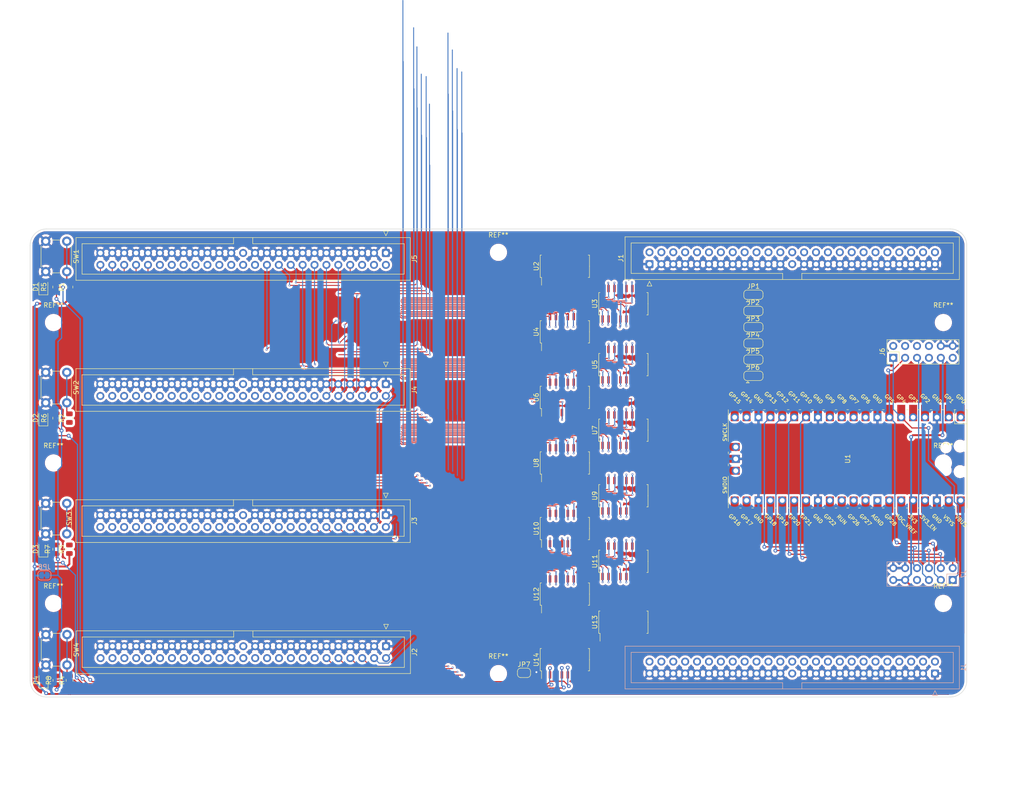
<source format=kicad_pcb>
(kicad_pcb (version 20211014) (generator pcbnew)
  (layers (0 "F.Cu" signal) (31 "B.Cu" signal) (34 "B.Paste" user) (35 "F.Paste" user) (36 "B.SilkS" user "B.Silkscreen") (37 "F.SilkS" user "F.Silkscreen") (38 "B.Mask" user) (39 "F.Mask" user) (44 "Edge.Cuts" user))
  (net 0 "")
  (net 1 "MUX_INHIBIT")
  (net 2 "MUX_SELECT_A")
  (net 3 "MUX_SELECT_B")
  (net 4 "BUTTON_SELECT_0")
  (net 5 "BUTTON_SELECT_1")
  (net 6 "BUTTON_SELECT_2")
  (net 7 "BUTTON_SELECT_3")
  (net 9 "+3V3")
  (net 10 "J1_Pin2")
  (net 11 "J1_Pin4")
  (net 12 "J1_Pin6")
  (net 13 "J1_Pin8")
  (net 14 "J1_Pin10")
  (net 15 "J1_Pin12")
  (net 16 "J1_Pin14")
  (net 17 "J1_Pin16")
  (net 18 "J1_Pin18")
  (net 19 "J1_Pin20")
  (net 21 "J1_Pin22")
  (net 22 "J1_Pin24")
  (net 23 "J1_Pin26")
  (net 24 "J1_Pin28")
  (net 25 "J1_Pin30")
  (net 26 "J1_Pin32")
  (net 27 "J1_Pin34")
  (net 28 "J1_Pin36")
  (net 29 "J1_Pin38")
  (net 30 "J1_Pin40")
  (net 31 "J1_Pin42")
  (net 32 "J1_Pin44")
  (net 33 "J1_Pin46")
  (net 34 "J1_Pin48")
  (net 35 "J1_Pin50")
  (net 36 "J2_Pin2")
  (net 37 "J2_Pin4")
  (net 38 "J2_Pin6")
  (net 39 "J2_Pin8")
  (net 40 "J2_Pin10")
  (net 41 "J2_Pin12")
  (net 42 "J2_Pin14")
  (net 43 "J2_Pin16")
  (net 44 "J2_Pin18")
  (net 45 "J2_Pin20")
  (net 47 "J2_Pin22")
  (net 48 "J2_Pin24")
  (net 49 "J2_Pin26")
  (net 50 "J2_Pin28")
  (net 51 "J2_Pin30")
  (net 52 "J2_Pin32")
  (net 53 "J2_Pin34")
  (net 54 "J2_Pin36")
  (net 55 "J2_Pin38")
  (net 56 "J2_Pin40")
  (net 57 "J2_Pin42")
  (net 58 "J2_Pin44")
  (net 59 "J2_Pin46")
  (net 60 "J2_Pin48")
  (net 61 "J2_Pin50")
  (net 62 "J3_Pin2")
  (net 63 "J3_Pin4")
  (net 64 "J3_Pin6")
  (net 65 "J3_Pin8")
  (net 66 "J3_Pin10")
  (net 67 "J3_Pin12")
  (net 68 "J3_Pin14")
  (net 69 "J3_Pin16")
  (net 70 "J3_Pin18")
  (net 71 "J3_Pin20")
  (net 73 "J3_Pin22")
  (net 74 "J3_Pin24")
  (net 75 "J3_Pin26")
  (net 76 "J3_Pin28")
  (net 77 "J3_Pin30")
  (net 78 "J3_Pin32")
  (net 79 "J3_Pin34")
  (net 80 "J3_Pin36")
  (net 81 "J3_Pin38")
  (net 82 "J3_Pin40")
  (net 83 "J3_Pin42")
  (net 84 "J3_Pin44")
  (net 85 "J3_Pin46")
  (net 86 "J3_Pin48")
  (net 87 "J3_Pin50")
  (net 88 "J4_Pin2")
  (net 89 "J4_Pin4")
  (net 90 "J4_Pin6")
  (net 91 "J4_Pin8")
  (net 92 "J4_Pin10")
  (net 93 "J4_Pin12")
  (net 94 "J4_Pin14")
  (net 95 "J4_Pin16")
  (net 96 "J4_Pin18")
  (net 97 "J4_Pin20")
  (net 99 "J4_Pin22")
  (net 100 "J4_Pin24")
  (net 101 "J4_Pin26")
  (net 102 "J4_Pin28")
  (net 103 "J4_Pin30")
  (net 104 "J4_Pin32")
  (net 105 "J4_Pin34")
  (net 106 "J4_Pin36")
  (net 107 "J4_Pin38")
  (net 108 "J4_Pin40")
  (net 109 "J4_Pin42")
  (net 110 "J4_Pin44")
  (net 111 "J4_Pin46")
  (net 112 "J4_Pin48")
  (net 113 "J4_Pin50")
  (net 114 "J5_Pin2")
  (net 115 "J5_Pin4")
  (net 116 "J5_Pin6")
  (net 117 "J5_Pin8")
  (net 118 "J5_Pin10")
  (net 119 "J5_Pin12")
  (net 120 "J5_Pin14")
  (net 121 "J5_Pin16")
  (net 122 "J5_Pin18")
  (net 123 "J5_Pin20")
  (net 124 "J5_Pin22")
  (net 125 "J5_Pin24")
  (net 126 "J5_Pin26")
  (net 127 "J5_Pin28")
  (net 128 "J5_Pin30")
  (net 129 "J5_Pin32")
  (net 130 "J5_Pin34")
  (net 131 "J5_Pin36")
  (net 132 "J5_Pin38")
  (net 133 "J5_Pin40")
  (net 134 "J5_Pin42")
  (net 135 "J5_Pin44")
  (net 136 "J5_Pin46")
  (net 137 "J5_Pin48")
  (net 138 "J5_Pin50")
  (net 139 "SEL_LED_0")
  (net 140 "Net-(D1-Pad2)")
  (net 141 "SEL_LED_1")
  (net 142 "SEL_LED_2")
  (net 143 "SEL_LED_3")
  (net 144 "GPIO_MUX_SELECT_C")
  (net 145 "GPIO_BUTTON_SELECT_4")
  (net 146 "GPIO_MUX_SELECT_D")
  (net 147 "GPIO_BUTTON_SELECT_5")
  (net 148 "GPIO_BUTTON_SELECT_6")
  (net 150 "GPIO_BUTTON_SELECT_7")
  (net 151 "GPIO_BUTTON_SELECT_0")
  (net 152 "GPIO_BUTTON_SELECT_1")
  (net 153 "GPIO_BUTTON_SELECT_2")
  (net 154 "GPIO_BUTTON_SELECT_3")
  (net 155 "GPIO_MUX_SELECT_A")
  (net 156 "GPIO_MUX_SELECT_B")
  (net 157 "Net-(U14-Pad3)")
  (net 180 "Net-(D2-Pad2)")
  (net 181 "Net-(D3-Pad2)")
  (net 182 "Net-(D4-Pad2)")
  (net 183 "Net-(JP8-Pad1)")
  (net 184 "GND")
  (footprint "Button_Switch_THT:SW_PUSH_6mm" (layer "F.Cu") (at 27.885 106.6575 -90)
    (fp_text reference "SW4")
    (fp_text value "SELECT 3")
  )
  (footprint "Resistor_SMD:R_0805_2012Metric" (layer "F.Cu") (at 25.59 32.41 90)
    (fp_text reference "R5")
    (fp_text value "R_Small")
  )
  (footprint "Jumper:SolderJumper-3_P1.3mm_Open_RoundedPad1.0x1.5mm" (layer "F.Cu") (at 174.44 34.06)
    (fp_text reference "JP1")
    (fp_text value "SolderJumper_3_Open")
  )
  (footprint "MountingHole:MountingHole_2.7mm_M2.5" (layer "F.Cu") (at 120 115)
    (fp_text reference "REF**")
    (fp_text value "MountingHole_2.7mm_M2.5")
  )
  (footprint "Jumper:SolderJumper-3_P1.3mm_Open_RoundedPad1.0x1.5mm" (layer "F.Cu") (at 174.44 40.991)
    (fp_text reference "JP3")
    (fp_text value "SolderJumper_3_Open")
  )
  (footprint "Jumper:SolderJumper-3_P1.3mm_Open_RoundedPad1.0x1.5mm" (layer "F.Cu") (at 174.44 47.922)
    (fp_text reference "JP5")
    (fp_text value "SolderJumper_3_Open")
  )
  (footprint "Connector_IDC:IDC-Header_2x25_P2.54mm_Vertical" (layer "F.Cu") (at 95.96 53.139166 -90)
    (fp_text reference "J4")
    (fp_text value "Conn_02x25_Counter_Clockwise")
  )
  (footprint "Resistor_SMD:R_0805_2012Metric" (layer "F.Cu") (at 28.435 116.4475 90)
    (fp_text reference "R4")
    (fp_text value "R_Small")
  )
  (footprint "Jumper:SolderJumper-2_P1.3mm_Bridged_RoundedPad1.0x1.5mm" (layer "F.Cu") (at 125.46 114.84)
    (fp_text reference "JP7")
    (fp_text value "SolderJumper_2_Bridged")
  )
  (footprint "Connector_IDC:IDC-Header_2x25_P2.54mm_Vertical" (layer "F.Cu") (at 95.97 25.1375 -90)
    (fp_text reference "J5")
    (fp_text value "Conn_02x25_Counter_Clockwise")
  )
  (footprint "Connector_IDC:IDC-Header_2x25_P2.54mm_Vertical" (layer "F.Cu") (at 152.25 27.52 90)
    (fp_text reference "J1")
    (fp_text value "Conn_02x25_Counter_Clockwise")
  )
  (footprint "Package_SO:SOIC-16_4.55x10.3mm_P1.27mm" (layer "F.Cu") (at 146.68 48.987499 90)
    (fp_text reference "U5")
    (fp_text value "CD4052B")
  )
  (footprint "Package_SO:SOIC-16_4.55x10.3mm_P1.27mm" (layer "F.Cu") (at 146.68 91.012498 90)
    (fp_text reference "U11")
    (fp_text value "CD4052B")
  )
  (footprint "Package_SO:SOIC-16_4.55x10.3mm_P1.27mm" (layer "F.Cu") (at 146.68 35.979166 90)
    (fp_text reference "U3")
    (fp_text value "CD4052B")
  )
  (footprint "Package_SO:SOIC-16_4.55x10.3mm_P1.27mm" (layer "F.Cu") (at 134.18 27.975 90)
    (fp_text reference "U2")
    (fp_text value "CD4052B")
  )
  (footprint "Resistor_SMD:R_0805_2012Metric" (layer "F.Cu") (at 25.635 116.4475 90)
    (fp_text reference "R8")
    (fp_text value "R_Small")
  )
  (footprint "Resistor_SMD:R_0805_2012Metric" (layer "F.Cu") (at 25.59 60.419166 90)
    (fp_text reference "R6")
    (fp_text value "R_Small")
  )
  (footprint "Resistor_SMD:R_0805_2012Metric" (layer "F.Cu") (at 28.39 88.428332 90)
    (fp_text reference "R3")
    (fp_text value "R_Small")
  )
  (footprint "MountingHole:MountingHole_2.7mm_M2.5" (layer "F.Cu") (at 25 40)
    (fp_text reference "REF**")
    (fp_text value "MountingHole_2.7mm_M2.5")
  )
  (footprint "LED_SMD:LED_0805_2012Metric" (layer "F.Cu") (at 22.835 88.408332 90)
    (fp_text reference "D3")
    (fp_text value "SEL 2")
  )
  (footprint "LED_SMD:LED_0805_2012Metric" (layer "F.Cu") (at 22.835 32.39 90)
    (fp_text reference "D1")
    (fp_text value "SEL 0")
  )
  (footprint "Jumper:SolderJumper-3_P1.3mm_Open_RoundedPad1.0x1.5mm" (layer "F.Cu") (at 174.44 37.5255)
    (fp_text reference "JP2")
    (fp_text value "SolderJumper_3_Open")
  )
  (footprint "Package_SO:SOIC-16_4.55x10.3mm_P1.27mm" (layer "F.Cu") (at 134.18 55.991666 90)
    (fp_text reference "U6")
    (fp_text value "CD4052B")
  )
  (footprint "MCU_RaspberryPi_and_Boards:RPi_Pico_SMD_TH" (layer "F.Cu") (at 194.575 69.12 -90)
    (fp_text reference "U1")
    (fp_text value "Pico")
  )
  (footprint "Package_SO:SOIC-16_4.55x10.3mm_P1.27mm" (layer "F.Cu") (at 134.18 98.016665 90)
    (fp_text reference "U12")
    (fp_text value "CD4052B")
  )
  (footprint "Package_SO:SOIC-16_4.55x10.3mm_P1.27mm" (layer "F.Cu") (at 146.68 104.020832 90)
    (fp_text reference "U13")
    (fp_text value "CD4052B")
  )
  (footprint "MountingHole:MountingHole_2.7mm_M2.5" (layer "F.Cu") (at 120 25)
    (fp_text reference "REF**")
    (fp_text value "MountingHole_2.7mm_M2.5")
  )
  (footprint "Package_SO:SOIC-16_4.55x10.3mm_P1.27mm" (layer "F.Cu") (at 146.68 62.995832 90)
    (fp_text reference "U7")
    (fp_text value "CD4052B")
  )
  (footprint "Package_SO:SOIC-16_4.55x10.3mm_P1.27mm" (layer "F.Cu") (at 134.18 84.008332 90)
    (fp_text reference "U10")
    (fp_text value "CD4052B")
  )
  (footprint "Package_SO:SOIC-16_4.55x10.3mm_P1.27mm" (layer "F.Cu") (at 134.18 69.999999 90)
    (fp_text reference "U8")
    (fp_text value "CD4052B")
  )
  (footprint "MountingHole:MountingHole_2.7mm_M2.5" (layer "F.Cu") (at 25 100)
    (fp_text reference "REF**")
    (fp_text value "MountingHole_2.7mm_M2.5")
  )
  (footprint "Button_Switch_THT:SW_PUSH_6mm" (layer "F.Cu") (at 27.84 22.63 -90)
    (fp_text reference "SW1")
    (fp_text value "SELECT 0")
  )
  (footprint "Package_SO:SOIC-16_4.55x10.3mm_P1.27mm" (layer "F.Cu") (at 146.68 77.004165 90)
    (fp_text reference "U9")
    (fp_text value "CD4052B")
  )
  (footprint "Button_Switch_THT:SW_PUSH_6mm" (layer "F.Cu") (at 27.84 50.641666 -90)
    (fp_text reference "SW2")
    (fp_text value "SELECT 1")
  )
  (footprint "Connector_PinHeader_2.54mm:PinHeader_2x06_P2.54mm_Vertical" (layer "F.Cu") (at 204.3 47.54 90)
    (fp_text reference "J6")
    (fp_text value "Conn_02x06_Odd_Even")
  )
  (footprint "MountingHole:MountingHole_2.7mm_M2.5" (layer "F.Cu") (at 215 100)
    (fp_text reference "REF**")
    (fp_text value "MountingHole_2.7mm_M2.5")
  )
  (footprint "Connector_IDC:IDC-Header_2x25_P2.54mm_Vertical" (layer "F.Cu") (at 96.005 109.1575 -90)
    (fp_text reference "J2")
    (fp_text value "Conn_02x25_Counter_Clockwise")
  )
  (footprint "Resistor_SMD:R_0805_2012Metric" (layer "F.Cu") (at 25.59 88.428332 90)
    (fp_text reference "R7")
    (fp_text value "R_Small")
  )
  (footprint "Button_Switch_THT:SW_PUSH_6mm" (layer "F.Cu") (at 27.84 78.64 -90)
    (fp_text reference "SW3")
    (fp_text value "SELECT 2")
  )
  (footprint "Package_SO:SOIC-16_4.55x10.3mm_P1.27mm" (layer "F.Cu") (at 134.18 41.983332 90)
    (fp_text reference "U4")
    (fp_text value "CD4052B")
  )
  (footprint "MountingHole:MountingHole_2.7mm_M2.5" (layer "F.Cu") (at 215 40)
    (fp_text reference "REF**")
    (fp_text value "MountingHole_2.7mm_M2.5")
  )
  (footprint "Connector_IDC:IDC-Header_2x25_P2.54mm_Vertical" (layer "F.Cu") (at 95.96 81.148332 -90)
    (fp_text reference "J3")
    (fp_text value "Conn_02x25_Counter_Clockwise")
  )
  (footprint "Jumper:SolderJumper-3_P1.3mm_Open_RoundedPad1.0x1.5mm" (layer "F.Cu") (at 174.44 51.3875)
    (fp_text reference "JP6")
    (fp_text value "SolderJumper_3_Open")
  )
  (footprint "Resistor_SMD:R_0805_2012Metric" (layer "F.Cu") (at 28.39 60.419166 90)
    (fp_text reference "R2")
    (fp_text value "R_Small")
  )
  (footprint "Jumper:SolderJumper-3_P1.3mm_Open_RoundedPad1.0x1.5mm" (layer "F.Cu") (at 174.44 44.4565)
    (fp_text reference "JP4")
    (fp_text value "SolderJumper_3_Open")
  )
  (footprint "LED_SMD:LED_0805_2012Metric" (layer "F.Cu") (at 22.88 116.4275 90)
    (fp_text reference "D4")
    (fp_text value "SEL 3")
  )
  (footprint "Package_SO:SOIC-16_4.55x10.3mm_P1.27mm" (layer "F.Cu") (at 134.18 112.024999 90)
    (fp_text reference "U14")
    (fp_text value "CD4052B")
  )
  (footprint "LED_SMD:LED_0805_2012Metric" (layer "F.Cu") (at 22.835 60.399166 90)
    (fp_text reference "D2")
    (fp_text value "SEL 1")
  )
  (footprint "MountingHole:MountingHole_2.7mm_M2.5" (layer "F.Cu") (at 25 70)
    (fp_text reference "REF**")
    (fp_text value "MountingHole_2.7mm_M2.5")
  )
  (footprint "MountingHole:MountingHole_2.7mm_M2.5" (layer "F.Cu") (at 215 70)
    (fp_text reference "REF**")
    (fp_text value "MountingHole_2.7mm_M2.5")
  )
  (footprint "Resistor_SMD:R_0805_2012Metric" (layer "F.Cu") (at 28.39 32.41 90)
    (fp_text reference "R1")
    (fp_text value "R_Small")
  )
  (footprint "Connector_IDC:IDC-Header_2x25_P2.54mm_Vertical" (layer "B.Cu") (at 213.21 114.98 90)
    (fp_text reference "J1")
    (fp_text value "Conn_02x25_Counter_Clockwise")
  )
  (footprint "Connector_PinHeader_2.54mm:PinHeader_2x06_P2.54mm_Vertical" (layer "B.Cu") (at 217 95 90)
    (fp_text reference "J7")
    (fp_text value "Conn_02x06_Odd_Even")
  )
  (footprint "Jumper:SolderJumper-2_P1.3mm_Bridged_RoundedPad1.0x1.5mm" (layer "B.Cu") (at 23.06 94.01 180)
    (fp_text reference "JP8")
    (fp_text value "SolderJumper_2_Bridged")
  )
  (gr_line (start 216.5 20) (end 216.5 20) (layer "Edge.Cuts") (width 0.1))
  (gr_arc locked (start 20 23.5) (mid 21.025126 21.025126) (end 23.5 20) (layer "Edge.Cuts") (width 0.1))
  (gr_arc locked (start 23.5 120) (mid 21.025126 118.974874) (end 20 116.5) (layer "Edge.Cuts") (width 0.1))
  (gr_arc locked (start 220 116.5) (mid 218.974874 118.974874) (end 216.5 120) (layer "Edge.Cuts") (width 0.1))
  (gr_line locked (start 23.5 20) (end 216.5 20) (layer "Edge.Cuts") (width 0.1))
  (gr_line locked (start 220 23.5) (end 220 116.5) (layer "Edge.Cuts") (width 0.1))
  (gr_arc locked (start 216.5 20) (mid 218.974874 21.025126) (end 220 23.5) (layer "Edge.Cuts") (width 0.1))
  (gr_line locked (start 216.5 120) (end 23.5 120) (layer "Edge.Cuts") (width 0.1))
  (gr_line locked (start 20 116.5) (end 20 23.5) (layer "Edge.Cuts") (width 0.1))
  (segment (start 209.719511 47.879511) (end 209.719511 91.138501) (width 0.25) (layer "B.Cu") (net 1))
  (segment (start 210.554511 93.634511) (end 211.92 95) (width 0.25) (layer "B.Cu") (net 1))
  (segment (start 209.38 47.54) (end 209.719511 47.879511) (width 0.25) (layer "B.Cu") (net 1))
  (segment (start 209.719511 91.138501) (end 210.554511 91.973501) (width 0.25) (layer "B.Cu") (net 1))
  (segment (start 210.554511 91.973501) (end 210.554511 93.634511) (width 0.25) (layer "B.Cu") (net 1))
  (segment (start 27.84 30.9475) (end 27.84 29.13) (width 0.25) (layer "F.Cu") (net 4))
  (segment (start 28.39 31.4975) (end 27.84 30.9475) (width 0.25) (layer "F.Cu") (net 4))
  (segment (start 27.84 29.13) (end 27.84 22.63) (width 0.25) (layer "B.Cu") (net 4))
  (segment (start 28.39 59.506666) (end 27.84 58.956666) (width 0.25) (layer "F.Cu") (net 5))
  (segment (start 27.84 58.956666) (end 27.84 57.141666) (width 0.25) (layer "F.Cu") (net 5))
  (segment (start 27.84 57.141666) (end 27.84 50.641666) (width 0.25) (layer "B.Cu") (net 5))
  (segment (start 27.84 85.14) (end 27.84 78.64) (width 0.25) (layer "B.Cu") (net 6))
  (segment (start 28.435 115.535) (end 27.885 114.985) (width 0.25) (layer "F.Cu") (net 7))
  (segment (start 27.885 114.985) (end 27.885 113.1575) (width 0.25) (layer "F.Cu") (net 7))
  (segment (start 27.885 113.1575) (end 27.885 106.6575) (width 0.25) (layer "B.Cu") (net 7))
  (segment (start 28.39 33.3225) (end 28.39 34.88) (width 0.4) (layer "F.Cu") (net 9))
  (segment (start 214.81 64.06) (end 208.51 64.06) (width 0.4) (layer "F.Cu") (net 9))
  (segment (start 216.41 118.98) (end 216.04 119.35) (width 0.4) (layer "F.Cu") (net 9))
  (segment (start 28.39 91.58177) (end 27.85177 92.12) (width 0.4) (layer "F.Cu") (net 9))
  (segment (start 216.04 119.35) (end 28.58 119.35) (width 0.4) (layer "F.Cu") (net 9))
  (segment (start 27.32 35.95) (end 21.48 35.95) (width 0.4) (layer "F.Cu") (net 9))
  (segment (start 28.17 119.35) (end 23.58 119.35) (width 0.4) (layer "F.Cu") (net 9))
  (segment (start 206.84 95) (end 219.02 107.18) (width 0.4) (layer "F.Cu") (net 9))
  (segment (start 28.39 89.340832) (end 28.39 91.58177) (width 0.4) (layer "F.Cu") (net 9))
  (segment (start 27.47 35.8) (end 27.32 35.95) (width 0.4) (layer "F.Cu") (net 9))
  (segment (start 208.51 64.06) (end 208.12 64.45) (width 0.4) (layer "F.Cu") (net 9))
  (segment (start 219.02 107.18) (end 219.02 111.86) (width 0.4) (layer "F.Cu") (net 9))
  (segment (start 219.02 116.37) (end 216.41 118.98) (width 0.4) (layer "F.Cu") (net 9))
  (segment (start 28.39 34.88) (end 27.47 35.8) (width 0.4) (layer "F.Cu") (net 9))
  (segment (start 28.435 119.205) (end 28.58 119.35) (width 0.4) (layer "F.Cu") (net 9))
  (segment (start 219.02 111.86) (end 219.02 116.37) (width 0.4) (layer "F.Cu") (net 9))
  (segment (start 28.435 117.36) (end 28.435 119.205) (width 0.4) (layer "F.Cu") (net 9))
  (segment (start 28.58 119.35) (end 28.17 119.35) (width 0.4) (layer "F.Cu") (net 9))
  (segment (start 27.85177 92.12) (end 20.98 92.12) (width 0.4) (layer "F.Cu") (net 9))
  (segment (start 23.58 119.35) (end 23.43 119.2) (width 0.4) (layer "F.Cu") (net 9))
  (via (at 214.81 64.06) (size 0.8) (drill 0.4) (layers "F.Cu" "B.Cu") (net 9))
  (via (at 20.98 92.12) (size 0.8) (drill 0.4) (layers "F.Cu" "B.Cu") (net 9))
  (via (at 208.12 64.45) (size 0.8) (drill 0.4) (layers "F.Cu" "B.Cu") (net 9))
  (via (at 23.43 119.2) (size 0.8) (drill 0.4) (layers "F.Cu" "B.Cu") (net 9))
  (via (at 21.48 35.95) (size 0.8) (drill 0.4) (layers "F.Cu" "B.Cu") (net 9))
  (segment (start 20.98 116.75) (end 20.98 94.07) (width 0.4) (layer "B.Cu") (net 9))
  (segment (start 214.874511 47.954511) (end 214.874511 63.995489) (width 0.4) (layer "B.Cu") (net 9))
  (segment (start 21.48 35.95) (end 20.98 36.45) (width 0.4) (layer "B.Cu") (net 9))
  (segment (start 214.874511 63.995489) (end 214.81 64.06) (width 0.4) (layer "B.Cu") (net 9))
  (segment (start 214.46 47.54) (end 214.874511 47.954511) (width 0.4) (layer "B.Cu") (net 9))
  (segment (start 204.3 95) (end 206.84 95) (width 0.4) (layer "B.Cu") (net 9))
  (segment (start 20.98 94.07) (end 22.35 94.07) (width 0.4) (layer "B.Cu") (net 9))
  (segment (start 20.98 92.12) (end 20.98 94.01) (width 0.4) (layer "B.Cu") (net 9))
  (segment (start 23.43 119.2) (end 20.98 116.75) (width 0.4) (layer "B.Cu") (net 9))
  (segment (start 208.12 64.45) (end 208.12 93.72) (width 0.4) (layer "B.Cu") (net 9))
  (segment (start 20.98 36.45) (end 20.98 92.12) (width 0.4) (layer "B.Cu") (net 9))
  (segment (start 208.12 93.72) (end 206.84 95) (width 0.4) (layer "B.Cu") (net 9))
  (segment (start 22.35 94.07) (end 22.41 94.01) (width 0.4) (layer "B.Cu") (net 9))
  (segment (start 99.596978 53.036456) (end 99.596978 -28.813022) (width 0.2) (layer "B.Cu") (net 36))
  (segment (start 96.005 111.6975) (end 99.656511 108.045989) (width 0.2) (layer "B.Cu") (net 36))
  (segment (start 99.666511 66.075989) (end 99.666511 -15.773489) (width 0.2) (layer "B.Cu") (net 36))
  (segment (start 101.893489 52.287445) (end 101.893489 -22.996511) (width 0.2) (layer "B.Cu") (net 37))
  (segment (start 93.465 111.6975) (end 94.541511 112.774011) (width 0.2) (layer "B.Cu") (net 37))
  (segment (start 94.541511 112.774011) (end 96.475989 112.774011) (width 0.2) (layer "B.Cu") (net 37))
  (segment (start 96.475989 112.774011) (end 101.953022 107.296978) (width 0.2) (layer "B.Cu") (net 37))
  (segment (start 101.963022 65.326978) (end 101.963022 -9.956978) (width 0.2) (layer "B.Cu") (net 37))
  (segment (start 90.925 111.6975) (end 92.6675 113.44) (width 0.2) (layer "F.Cu") (net 38))
  (segment (start 92.6675 113.44) (end 109.28 113.44) (width 0.2) (layer "F.Cu") (net 38))
  (via (at 109.28 113.44) (size 0.4) (drill 0.2) (layers "F.Cu" "B.Cu") (net 38))
  (segment (start 109.29 71.47) (end 109.29 -8.82) (width 0.2) (layer "B.Cu") (net 38))
  (segment (start 109.220467 58.430467) (end 109.220467 -21.859533) (width 0.2) (layer "B.Cu") (net 38))
  (segment (start 142.175467 39.252965) (end 142.175467 40.415467) (width 0.2) (layer "F.Cu") (net 39))
  (segment (start 110.19 113.93) (end 110.22 113.9) (width 0.2) (layer "F.Cu") (net 39))
  (segment (start 110.22 113.9) (end 110.22 113.73) (width 0.2) (layer "F.Cu") (net 39))
  (segment (start 142.175467 40.415467) (end 142.200467 40.440467) (width 0.2) (layer "F.Cu") (net 39))
  (segment (start 141.926978 37.136978) (end 142.210467 37.420467) (width 0.2) (layer "F.Cu") (net 39))
  (segment (start 99.393956 37.136978) (end 141.926978 37.136978) (width 0.2) (layer "F.Cu") (net 39))
  (segment (start 88.385 111.6975) (end 90.6175 113.93) (width 0.2) (layer "F.Cu") (net 39))
  (segment (start 99.200467 37.330467) (end 99.393956 37.136978) (width 0.2) (layer "F.Cu") (net 39))
  (segment (start 90.6175 113.93) (end 110.19 113.93) (width 0.2) (layer "F.Cu") (net 39))
  (via (at 142.200467 40.440467) (size 0.4) (drill 0.2) (layers "F.Cu" "B.Cu") (net 39))
  (via (at 142.210467 37.420467) (size 0.4) (drill 0.2) (layers "F.Cu" "B.Cu") (net 39))
  (via (at 110.22 113.73) (size 0.4) (drill 0.2) (layers "F.Cu" "B.Cu") (net 39))
  (segment (start 110.23 71.76) (end 110.23 -5.21) (width 0.2) (layer "B.Cu") (net 39))
  (segment (start 110.160467 58.720467) (end 110.160467 -18.249533) (width 0.2) (layer "B.Cu") (net 39))
  (segment (start 142.200467 37.430467) (end 142.210467 37.420467) (width 0.2) (layer "B.Cu") (net 39))
  (segment (start 142.200467 40.440467) (end 142.200467 37.430467) (width 0.2) (layer "B.Cu") (net 39))
  (segment (start 134.755467 39.757132) (end 134.755467 40.975467) (width 0.2) (layer "F.Cu") (net 40))
  (segment (start 134.710467 38.450467) (end 134.050467 37.790467) (width 0.2) (layer "F.Cu") (net 40))
  (segment (start 99.05459 38.00459) (end 99.050467 38.000467) (width 0.2) (layer "F.Cu") (net 40))
  (segment (start 129.2281 38.00459) (end 99.05459 38.00459) (width 0.2) (layer "F.Cu") (net 40))
  (segment (start 88.7875 114.64) (end 111.23 114.64) (width 0.2) (layer "F.Cu") (net 40))
  (segment (start 134.755467 40.975467) (end 134.750467 40.980467) (width 0.2) (layer "F.Cu") (net 40))
  (segment (start 85.845 111.6975) (end 88.7875 114.64) (width 0.2) (layer "F.Cu") (net 40))
  (segment (start 134.050467 37.790467) (end 129.442223 37.790467) (width 0.2) (layer "F.Cu") (net 40))
  (segment (start 129.442223 37.790467) (end 129.2281 38.00459) (width 0.2) (layer "F.Cu") (net 40))
  (via (at 134.750467 40.980467) (size 0.4) (drill 0.2) (layers "F.Cu" "B.Cu") (net 40))
  (via (at 134.710467 38.450467) (size 0.4) (drill 0.2) (layers "F.Cu" "B.Cu") (net 40))
  (via (at 111.23 114.64) (size 0.4) (drill 0.2) (layers "F.Cu" "B.Cu") (net 40))
  (segment (start 134.750467 40.980467) (end 134.750467 38.490467) (width 0.2) (layer "B.Cu") (net 40))
  (segment (start 111.24 72.67) (end 111.24 -1.24) (width 0.2) (layer "B.Cu") (net 40))
  (segment (start 111.170467 59.630467) (end 111.170467 -14.279533) (width 0.2) (layer "B.Cu") (net 40))
  (segment (start 134.750467 38.490467) (end 134.710467 38.450467) (width 0.2) (layer "B.Cu") (net 40))
  (segment (start 86.9175 115.31) (end 112.22 115.31) (width 0.2) (layer "F.Cu") (net 41))
  (segment (start 83.305 111.6975) (end 86.9175 115.31) (width 0.2) (layer "F.Cu") (net 41))
  (via (at 112.22 115.31) (size 0.4) (drill 0.2) (layers "F.Cu" "B.Cu") (net 41))
  (segment (start 112.160467 60.300467) (end 112.160467 -13.549533) (width 0.2) (layer "B.Cu") (net 41))
  (segment (start 112.23 73.34) (end 112.23 -0.51) (width 0.2) (layer "B.Cu") (net 41))
  (segment (start 147.325 44.525) (end 147.29 44.49) (width 0.2) (layer "F.Cu") (net 42))
  (segment (start 147.325 45.792498) (end 147.325 44.525) (width 0.2) (layer "F.Cu") (net 42))
  (segment (start 99.26 48.44) (end 99.25 48.45) (width 0.2) (layer "F.Cu") (net 42))
  (segment (start 147.36 48.44) (end 99.26 48.44) (width 0.2) (layer "F.Cu") (net 42))
  (via (at 147.29 44.49) (size 0.4) (drill 0.2) (layers "F.Cu" "B.Cu") (net 42))
  (via (at 147.36 48.44) (size 0.4) (drill 0.2) (layers "F.Cu" "B.Cu") (net 42))
  (segment (start 147.29 44.49) (end 147.29 48.37) (width 0.2) (layer "B.Cu") (net 42))
  (segment (start 147.29 48.37) (end 147.36 48.44) (width 0.2) (layer "B.Cu") (net 42))
  (segment (start 141.996511 50.176511) (end 142.28 50.46) (width 0.2) (layer "F.Cu") (net 43))
  (segment (start 99.463489 50.176511) (end 141.996511 50.176511) (width 0.2) (layer "F.Cu") (net 43))
  (segment (start 99.27 50.37) (end 99.463489 50.176511) (width 0.2) (layer "F.Cu") (net 43))
  (segment (start 142.245 53.455) (end 142.27 53.48) (width 0.2) (layer "F.Cu") (net 43))
  (segment (start 142.245 52.292498) (end 142.245 53.455) (width 0.2) (layer "F.Cu") (net 43))
  (via (at 142.28 50.46) (size 0.4) (drill 0.2) (layers "F.Cu" "B.Cu") (net 43))
  (via (at 142.27 53.48) (size 0.4) (drill 0.2) (layers "F.Cu" "B.Cu") (net 43))
  (segment (start 142.27 50.47) (end 142.28 50.46) (width 0.2) (layer "B.Cu") (net 43))
  (segment (start 142.27 53.48) (end 142.27 50.47) (width 0.2) (layer "B.Cu") (net 43))
  (segment (start 129.511756 50.83) (end 129.297633 51.044123) (width 0.2) (layer "F.Cu") (net 44))
  (segment (start 134.78 51.49) (end 134.12 50.83) (width 0.2) (layer "F.Cu") (net 44))
  (segment (start 129.297633 51.044123) (end 99.124123 51.044123) (width 0.2) (layer "F.Cu") (net 44))
  (segment (start 134.825 54.015) (end 134.82 54.02) (width 0.2) (layer "F.Cu") (net 44))
  (segment (start 134.825 52.796665) (end 134.825 54.015) (width 0.2) (layer "F.Cu") (net 44))
  (segment (start 99.124123 51.044123) (end 99.12 51.04) (width 0.2) (layer "F.Cu") (net 44))
  (segment (start 134.12 50.83) (end 129.511756 50.83) (width 0.2) (layer "F.Cu") (net 44))
  (via (at 134.82 54.02) (size 0.4) (drill 0.2) (layers "F.Cu" "B.Cu") (net 44))
  (via (at 134.78 51.49) (size 0.4) (drill 0.2) (layers "F.Cu" "B.Cu") (net 44))
  (segment (start 134.82 54.02) (end 134.82 51.53) (width 0.2) (layer "B.Cu") (net 44))
  (segment (start 134.82 51.53) (end 134.78 51.49) (width 0.2) (layer "B.Cu") (net 44))
  (segment (start 99.25 62.41) (end 99.24 62.42) (width 0.2) (layer "F.Cu") (net 47))
  (segment (start 147.315 58.495) (end 147.28 58.46) (width 0.2) (layer "F.Cu") (net 47))
  (segment (start 147.35 62.41) (end 99.25 62.41) (width 0.2) (layer "F.Cu") (net 47))
  (segment (start 147.315 59.762498) (end 147.315 58.495) (width 0.2) (layer "F.Cu") (net 47))
  (via (at 147.28 58.46) (size 0.4) (drill 0.2) (layers "F.Cu" "B.Cu") (net 47))
  (via (at 147.35 62.41) (size 0.4) (drill 0.2) (layers "F.Cu" "B.Cu") (net 47))
  (segment (start 147.28 62.34) (end 147.35 62.41) (width 0.2) (layer "B.Cu") (net 47))
  (segment (start 147.28 58.46) (end 147.28 62.34) (width 0.2) (layer "B.Cu") (net 47))
  (segment (start 99.453489 64.146511) (end 141.986511 64.146511) (width 0.2) (layer "F.Cu") (net 48))
  (segment (start 141.986511 64.146511) (end 142.27 64.43) (width 0.2) (layer "F.Cu") (net 48))
  (segment (start 142.235 67.425) (end 142.26 67.45) (width 0.2) (layer "F.Cu") (net 48))
  (segment (start 142.235 66.262498) (end 142.235 67.425) (width 0.2) (layer "F.Cu") (net 48))
  (segment (start 99.26 64.34) (end 99.453489 64.146511) (width 0.2) (layer "F.Cu") (net 48))
  (via (at 142.26 67.45) (size 0.4) (drill 0.2) (layers "F.Cu" "B.Cu") (net 48))
  (via (at 142.27 64.43) (size 0.4) (drill 0.2) (layers "F.Cu" "B.Cu") (net 48))
  (segment (start 142.26 67.45) (end 142.26 64.44) (width 0.2) (layer "B.Cu") (net 48))
  (segment (start 142.26 64.44) (end 142.27 64.43) (width 0.2) (layer "B.Cu") (net 48))
  (segment (start 129.501756 64.8) (end 129.287633 65.014123) (width 0.2) (layer "F.Cu") (net 49))
  (segment (start 134.815 67.985) (end 134.81 67.99) (width 0.2) (layer "F.Cu") (net 49))
  (segment (start 134.815 66.766665) (end 134.815 67.985) (width 0.2) (layer "F.Cu") (net 49))
  (segment (start 129.287633 65.014123) (end 99.114123 65.014123) (width 0.2) (layer "F.Cu") (net 49))
  (segment (start 134.11 64.8) (end 129.501756 64.8) (width 0.2) (layer "F.Cu") (net 49))
  (segment (start 134.77 65.46) (end 134.11 64.8) (width 0.2) (layer "F.Cu") (net 49))
  (segment (start 99.114123 65.014123) (end 99.11 65.01) (width 0.2) (layer "F.Cu") (net 49))
  (via (at 134.77 65.46) (size 0.4) (drill 0.2) (layers "F.Cu" "B.Cu") (net 49))
  (via (at 134.81 67.99) (size 0.4) (drill 0.2) (layers "F.Cu" "B.Cu") (net 49))
  (segment (start 134.81 65.5) (end 134.77 65.46) (width 0.2) (layer "B.Cu") (net 49))
  (segment (start 134.81 67.99) (end 134.81 65.5) (width 0.2) (layer "B.Cu") (net 49))
  (segment (start 99.29 76.450467) (end 99.28 76.460467) (width 0.2) (layer "F.Cu") (net 51))
  (segment (start 147.355 72.535467) (end 147.32 72.500467) (width 0.2) (layer "F.Cu") (net 51))
  (segment (start 147.39 76.450467) (end 99.29 76.450467) (width 0.2) (layer "F.Cu") (net 51))
  (segment (start 147.355 73.802965) (end 147.355 72.535467) (width 0.2) (layer "F.Cu") (net 51))
  (via (at 147.39 76.450467) (size 0.4) (drill 0.2) (layers "F.Cu" "B.Cu") (net 51))
  (via (at 147.32 72.500467) (size 0.4) (drill 0.2) (layers "F.Cu" "B.Cu") (net 51))
  (segment (start 147.32 76.380467) (end 147.39 76.450467) (width 0.2) (layer "B.Cu") (net 51))
  (segment (start 147.32 72.500467) (end 147.32 76.380467) (width 0.2) (layer "B.Cu") (net 51))
  (segment (start 142.275 81.465467) (end 142.3 81.490467) (width 0.2) (layer "F.Cu") (net 52))
  (segment (start 99.493489 78.186978) (end 142.026511 78.186978) (width 0.2) (layer "F.Cu") (net 52))
  (segment (start 99.3 78.380467) (end 99.493489 78.186978) (width 0.2) (layer "F.Cu") (net 52))
  (segment (start 142.026511 78.186978) (end 142.31 78.470467) (width 0.2) (layer "F.Cu") (net 52))
  (segment (start 142.275 80.302965) (end 142.275 81.465467) (width 0.2) (layer "F.Cu") (net 52))
  (via (at 142.31 78.470467) (size 0.4) (drill 0.2) (layers "F.Cu" "B.Cu") (net 52))
  (via (at 142.3 81.490467) (size 0.4) (drill 0.2) (layers "F.Cu" "B.Cu") (net 52))
  (segment (start 142.3 78.480467) (end 142.31 78.470467) (width 0.2) (layer "B.Cu") (net 52))
  (segment (start 142.3 81.490467) (end 142.3 78.480467) (width 0.2) (layer "B.Cu") (net 52))
  (segment (start 134.855 82.025467) (end 134.85 82.030467) (width 0.2) (layer "F.Cu") (net 53))
  (segment (start 134.15 78.840467) (end 129.541756 78.840467) (width 0.2) (layer "F.Cu") (net 53))
  (segment (start 134.81 79.500467) (end 134.15 78.840467) (width 0.2) (layer "F.Cu") (net 53))
  (segment (start 129.541756 78.840467) (end 129.327633 79.05459) (width 0.2) (layer "F.Cu") (net 53))
  (segment (start 134.855 80.807132) (end 134.855 82.025467) (width 0.2) (layer "F.Cu") (net 53))
  (segment (start 99.154123 79.05459) (end 99.15 79.050467) (width 0.2) (layer "F.Cu") (net 53))
  (segment (start 129.327633 79.05459) (end 99.154123 79.05459) (width 0.2) (layer "F.Cu") (net 53))
  (via (at 134.85 82.030467) (size 0.4) (drill 0.2) (layers "F.Cu" "B.Cu") (net 53))
  (via (at 134.81 79.500467) (size 0.4) (drill 0.2) (layers "F.Cu" "B.Cu") (net 53))
  (segment (start 134.85 82.030467) (end 134.85 79.540467) (width 0.2) (layer "B.Cu") (net 53))
  (segment (start 134.85 79.540467) (end 134.81 79.500467) (width 0.2) (layer "B.Cu") (net 53))
  (segment (start 129.735 87.975) (end 129.28 88.43) (width 0.2) (layer "F.Cu") (net 54))
  (segment (start 129.735 87.258332) (end 129.735 87.975) (width 0.2) (layer "F.Cu") (net 54))
  (segment (start 129.28 88.43) (end 99.99 88.43) (width 0.2) (layer "F.Cu") (net 54))
  (segment (start 147.315 87.762498) (end 147.315 86.495) (width 0.2) (layer "F.Cu") (net 55))
  (segment (start 99.190467 35.400467) (end 99.180467 35.410467) (width 0.2) (layer "F.Cu") (net 55))
  (segment (start 147.255467 31.485467) (end 147.220467 31.450467) (width 0.2) (layer "F.Cu") (net 55))
  (segment (start 147.255467 32.752965) (end 147.255467 31.485467) (width 0.2) (layer "F.Cu") (net 55))
  (segment (start 147.290467 35.400467) (end 99.190467 35.400467) (width 0.2) (layer "F.Cu") (net 55))
  (segment (start 99.25 90.41) (end 99.24 90.42) (width 0.2) (layer "F.Cu") (net 55))
  (segment (start 147.315 86.495) (end 147.28 86.46) (width 0.2) (layer "F.Cu") (net 55))
  (segment (start 147.35 90.41) (end 99.25 90.41) (width 0.2) (layer "F.Cu") (net 55))
  (via (at 147.220467 31.450467) (size 0.4) (drill 0.2) (layers "F.Cu" "B.Cu") (net 55))
  (via (at 147.28 86.46) (size 0.4) (drill 0.2) (layers "F.Cu" "B.Cu") (net 55))
  (via (at 147.35 90.41) (size 0.4) (drill 0.2) (layers "F.Cu" "B.Cu") (net 55))
  (via (at 147.290467 35.400467) (size 0.4) (drill 0.2) (layers "F.Cu" "B.Cu") (net 55))
  (segment (start 147.28 90.34) (end 147.35 90.41) (width 0.2) (layer "B.Cu") (net 55))
  (segment (start 147.28 86.46) (end 147.28 90.34) (width 0.2) (layer "B.Cu") (net 55))
  (segment (start 147.220467 35.330467) (end 147.290467 35.400467) (width 0.2) (layer "B.Cu") (net 55))
  (segment (start 147.220467 31.450467) (end 147.220467 35.330467) (width 0.2) (layer "B.Cu") (net 55))
  (segment (start 141.886978 92.046978) (end 142.27 92.43) (width 0.2) (layer "F.Cu") (net 56))
  (segment (start 100.26951 92.046978) (end 141.886978 92.046978) (width 0.2) (layer "F.Cu") (net 56))
  (segment (start 99.26 92.258244) (end 99.464755 92.053489) (width 0.2) (layer "F.Cu") (net 56))
  (segment (start 99.26 92.34) (end 99.26 92.258244) (width 0.2) (layer "F.Cu") (net 56))
  (segment (start 99.464755 92.053489) (end 100.262999 92.053489) (width 0.2) (layer "F.Cu") (net 56))
  (segment (start 100.262999 92.053489) (end 100.26951 92.046978) (width 0.2) (layer "F.Cu") (net 56))
  (segment (start 142.235 95.425) (end 142.26 95.45) (width 0.2) (layer "F.Cu") (net 56))
  (segment (start 142.235 94.262498) (end 142.235 95.425) (width 0.2) (layer "F.Cu") (net 56))
  (via (at 142.26 95.45) (size 0.4) (drill 0.2) (layers "F.Cu" "B.Cu") (net 56))
  (via (at 142.27 92.43) (size 0.4) (drill 0.2) (layers "F.Cu" "B.Cu") (net 56))
  (segment (start 142.26 92.44) (end 142.27 92.43) (width 0.2) (layer "B.Cu") (net 56))
  (segment (start 142.26 95.45) (end 142.26 92.44) (width 0.2) (layer "B.Cu") (net 56))
  (segment (start 100.54 92.7) (end 134.01 92.7) (width 0.2) (layer "F.Cu") (net 57))
  (segment (start 134.815 94.766665) (end 134.815 95.985) (width 0.2) (layer "F.Cu") (net 57))
  (segment (start 134.815 95.985) (end 134.81 95.99) (width 0.2) (layer "F.Cu") (net 57))
  (segment (start 134.01 92.7) (end 134.77 93.46) (width 0.2) (layer "F.Cu") (net 57))
  (via (at 134.77 93.46) (size 0.4) (drill 0.2) (layers "F.Cu" "B.Cu") (net 57))
  (via (at 134.81 95.99) (size 0.4) (drill 0.2) (layers "F.Cu" "B.Cu") (net 57))
  (segment (start 134.81 95.99) (end 134.81 93.5) (width 0.2) (layer "B.Cu") (net 57))
  (segment (start 134.81 93.5) (end 134.77 93.46) (width 0.2) (layer "B.Cu") (net 57))
  (segment (start 95.96 83.688332) (end 97.883489 81.764843) (width 0.2) (layer "B.Cu") (net 62))
  (segment (start 94.569511 58.592073) (end 97.556978 55.604606) (width 0.2) (layer "B.Cu") (net 63))
  (segment (start 93.42 83.688332) (end 94.569511 82.538821) (width 0.2) (layer "B.Cu") (net 63))
  (segment (start 94.569511 82.538821) (end 94.569511 58.592073) (width 0.2) (layer "B.Cu") (net 63))
  (segment (start 97.98 86.19) (end 93.381668 86.19) (width 0.2) (layer "F.Cu") (net 64))
  (segment (start 93.381668 86.19) (end 90.88 83.688332) (width 0.2) (layer "F.Cu") (net 64))
  (segment (start 144.715467 31.555467) (end 144.760467 31.510467) (width 0.2) (layer "F.Cu") (net 64))
  (segment (start 144.715467 32.752965) (end 144.715467 31.555467) (width 0.2) (layer "F.Cu") (net 64))
  (segment (start 144.340467 35.070467) (end 99.260467 35.070467) (width 0.2) (layer "F.Cu") (net 64))
  (segment (start 144.720467 34.950467) (end 144.460467 34.950467) (width 0.2) (layer "F.Cu") (net 64))
  (segment (start 144.460467 34.950467) (end 144.340467 35.070467) (width 0.2) (layer "F.Cu") (net 64))
  (via (at 144.720467 34.950467) (size 0.4) (drill 0.2) (layers "F.Cu" "B.Cu") (net 64))
  (via (at 144.760467 31.510467) (size 0.4) (drill 0.2) (layers "F.Cu" "B.Cu") (net 64))
  (via (at 97.98 86.19) (size 0.4) (drill 0.2) (layers "F.Cu" "B.Cu") (net 64))
  (segment (start 144.760467 34.910467) (end 144.720467 34.950467) (width 0.2) (layer "B.Cu") (net 64))
  (segment (start 144.760467 31.510467) (end 144.760467 34.910467) (width 0.2) (layer "B.Cu") (net 64))
  (segment (start 98.21 82.97) (end 98.21 85.96) (width 0.2) (layer "B.Cu") (net 64))
  (segment (start 98.21 85.96) (end 97.98 86.19) (width 0.2) (layer "B.Cu") (net 64))
  (segment (start 91.601668 86.95) (end 94.05 86.95) (width 0.2) (layer "F.Cu") (net 65))
  (segment (start 102.32 72.990467) (end 102.69 72.620467) (width 0.2) (layer "F.Cu") (net 65))
  (segment (start 102.29 44.98) (end 102.66 44.61) (width 0.2) (layer "F.Cu") (net 65))
  (segment (start 93.990467 31.940467) (end 102.220467 31.940467) (width 0.2) (layer "F.Cu") (net 65))
  (segment (start 102.220467 31.940467) (end 102.590467 31.570467) (width 0.2) (layer "F.Cu") (net 65))
  (segment (start 147.19 36.29) (end 147.33 36.43) (width 0.2) (layer "F.Cu") (net 65))
  (segment (start 147.255467 40.485467) (end 147.240467 40.500467) (width 0.2) (layer "F.Cu") (net 65))
  (segment (start 146.480467 36.130467) (end 143.960467 36.130467) (width 0.2) (layer "F.Cu") (net 65))
  (segment (start 99.520467 36.130467) (end 99.450467 36.060467) (width 0.2) (layer "F.Cu") (net 65))
  (segment (start 88.34 83.688332) (end 91.601668 86.95) (width 0.2) (layer "F.Cu") (net 65))
  (segment (start 147.31 39.234166) (end 147.315 39.229166) (width 0.2) (layer "F.Cu") (net 65))
  (segment (start 94.09 72.990467) (end 102.32 72.990467) (width 0.2) (layer "F.Cu") (net 65))
  (segment (start 94.06 44.98) (end 102.29 44.98) (width 0.2) (layer "F.Cu") (net 65))
  (segment (start 147.150467 36.800467) (end 146.480467 36.130467) (width 0.2) (layer "F.Cu") (net 65))
  (segment (start 94.05 58.95) (end 102.28 58.95) (width 0.2) (layer "F.Cu") (net 65))
  (segment (start 102.28 58.95) (end 102.65 58.58) (width 0.2) (layer "F.Cu") (net 65))
  (segment (start 143.960467 36.130467) (end 99.520467 36.130467) (width 0.2) (layer "F.Cu") (net 65))
  (segment (start 147.255467 39.252965) (end 147.255467 40.485467) (width 0.2) (layer "F.Cu") (net 65))
  (segment (start 147.31 40.78) (end 147.31 39.234166) (width 0.2) (layer "F.Cu") (net 65))
  (via (at 102.69 72.620467) (size 0.4) (drill 0.2) (layers "F.Cu" "B.Cu") (net 65))
  (via (at 147.31 40.78) (size 0.4) (drill 0.2) (layers "F.Cu" "B.Cu") (net 65))
  (via (at 102.66 44.61) (size 0.4) (drill 0.2) (layers "F.Cu" "B.Cu") (net 65))
  (via (at 102.65 58.58) (size 0.4) (drill 0.2) (layers "F.Cu" "B.Cu") (net 65))
  (via (at 102.590467 31.570467) (size 0.4) (drill 0.2) (layers "F.Cu" "B.Cu") (net 65))
  (via (at 147.240467 40.500467) (size 0.4) (drill 0.2) (layers "F.Cu" "B.Cu") (net 65))
  (via (at 147.150467 36.800467) (size 0.4) (drill 0.2) (layers "F.Cu" "B.Cu") (net 65))
  (via (at 147.33 36.43) (size 0.4) (drill 0.2) (layers "F.Cu" "B.Cu") (net 65))
  (segment (start 147.240467 40.500467) (end 147.240467 36.890467) (width 0.2) (layer "B.Cu") (net 65))
  (segment (start 147.31 36.45) (end 147.31 40.78) (width 0.2) (layer "B.Cu") (net 65))
  (segment (start 102.66 44.61) (end 102.66 -5.87) (width 0.2) (layer "B.Cu") (net 65))
  (segment (start 102.590467 31.570467) (end 102.590467 -18.909533) (width 0.2) (layer "B.Cu") (net 65))
  (segment (start 147.240467 36.890467) (end 147.150467 36.800467) (width 0.2) (layer "B.Cu") (net 65))
  (segment (start 147.33 36.43) (end 147.31 36.45) (width 0.2) (layer "B.Cu") (net 65))
  (segment (start 85.8 83.688332) (end 89.761668 87.65) (width 0.2) (layer "F.Cu") (net 66))
  (segment (start 89.702135 32.640467) (end 103.530467 32.640467) (width 0.2) (layer "F.Cu") (net 66))
  (segment (start 89.801668 73.690467) (end 103.63 73.690467) (width 0.2) (layer "F.Cu") (net 66))
  (segment (start 89.771668 45.68) (end 103.6 45.68) (width 0.2) (layer "F.Cu") (net 66))
  (segment (start 89.761668 59.65) (end 103.59 59.65) (width 0.2) (layer "F.Cu") (net 66))
  (via (at 103.63 73.690467) (size 0.4) (drill 0.2) (layers "F.Cu" "B.Cu") (net 66))
  (via (at 103.530467 32.640467) (size 0.4) (drill 0.2) (layers "F.Cu" "B.Cu") (net 66))
  (via (at 103.59 59.65) (size 0.4) (drill 0.2) (layers "F.Cu" "B.Cu") (net 66))
  (via (at 103.6 45.68) (size 0.4) (drill 0.2) (layers "F.Cu" "B.Cu") (net 66))
  (segment (start 103.6 45.68) (end 103.6 -0.04) (width 0.2) (layer "B.Cu") (net 66))
  (segment (start 103.530467 32.640467) (end 103.530467 -13.079533) (width 0.2) (layer "B.Cu") (net 66))
  (segment (start 87.791668 46.24) (end 104.64 46.24) (width 0.2) (layer "F.Cu") (net 67))
  (segment (start 87.781668 60.21) (end 104.63 60.21) (width 0.2) (layer "F.Cu") (net 67))
  (segment (start 87.722135 33.200467) (end 104.570467 33.200467) (width 0.2) (layer "F.Cu") (net 67))
  (segment (start 83.26 83.688332) (end 87.781668 88.21) (width 0.2) (layer "F.Cu") (net 67))
  (segment (start 87.821668 74.250467) (end 104.67 74.250467) (width 0.2) (layer "F.Cu") (net 67))
  (via (at 104.570467 33.200467) (size 0.4) (drill 0.2) (layers "F.Cu" "B.Cu") (net 67))
  (via (at 104.67 74.250467) (size 0.4) (drill 0.2) (layers "F.Cu" "B.Cu") (net 67))
  (via (at 104.63 60.21) (size 0.4) (drill 0.2) (layers "F.Cu" "B.Cu") (net 67))
  (via (at 104.64 46.24) (size 0.4) (drill 0.2) (layers "F.Cu" "B.Cu") (net 67))
  (segment (start 104.64 46.24) (end 104.64 0.47) (width 0.2) (layer "B.Cu") (net 67))
  (segment (start 104.570467 33.200467) (end 104.570467 -12.569533) (width 0.2) (layer "B.Cu") (net 67))
  (segment (start 144.785 44.595) (end 144.83 44.55) (width 0.2) (layer "F.Cu") (net 68))
  (segment (start 85.901668 74.870467) (end 105.37 74.870467) (width 0.2) (layer "F.Cu") (net 68))
  (segment (start 144.785 45.792498) (end 144.785 44.595) (width 0.2) (layer "F.Cu") (net 68))
  (segment (start 144.41 48.11) (end 99.33 48.11) (width 0.2) (layer "F.Cu") (net 68))
  (segment (start 144.53 47.99) (end 144.41 48.11) (width 0.2) (layer "F.Cu") (net 68))
  (segment (start 80.72 83.688332) (end 85.861668 88.83) (width 0.2) (layer "F.Cu") (net 68))
  (segment (start 144.79 47.99) (end 144.53 47.99) (width 0.2) (layer "F.Cu") (net 68))
  (segment (start 85.861668 60.83) (end 105.33 60.83) (width 0.2) (layer "F.Cu") (net 68))
  (via (at 105.37 74.870467) (size 0.4) (drill 0.2) (layers "F.Cu" "B.Cu") (net 68))
  (via (at 144.83 44.55) (size 0.4) (drill 0.2) (layers "F.Cu" "B.Cu") (net 68))
  (via (at 144.79 47.99) (size 0.4) (drill 0.2) (layers "F.Cu" "B.Cu") (net 68))
  (via (at 105.33 60.83) (size 0.4) (drill 0.2) (layers "F.Cu" "B.Cu") (net 68))
  (segment (start 144.83 44.55) (end 144.83 47.95) (width 0.2) (layer "B.Cu") (net 68))
  (segment (start 144.83 47.95) (end 144.79 47.99) (width 0.2) (layer "B.Cu") (net 68))
  (segment (start 147.325 53.525) (end 147.31 53.54) (width 0.2) (layer "F.Cu") (net 69))
  (segment (start 147.22 49.84) (end 146.55 49.17) (width 0.2) (layer "F.Cu") (net 69))
  (segment (start 146.55 49.17) (end 144.03 49.17) (width 0.2) (layer "F.Cu") (net 69))
  (segment (start 99.59 49.17) (end 99.52 49.1) (width 0.2) (layer "F.Cu") (net 69))
  (segment (start 144.03 49.17) (end 99.59 49.17) (width 0.2) (layer "F.Cu") (net 69))
  (segment (start 147.325 52.292498) (end 147.325 53.525) (width 0.2) (layer "F.Cu") (net 69))
  (via (at 147.31 53.54) (size 0.4) (drill 0.2) (layers "F.Cu" "B.Cu") (net 69))
  (via (at 147.22 49.84) (size 0.4) (drill 0.2) (layers "F.Cu" "B.Cu") (net 69))
  (segment (start 147.31 53.54) (end 147.31 49.93) (width 0.2) (layer "B.Cu") (net 69))
  (segment (start 147.31 49.93) (end 147.22 49.84) (width 0.2) (layer "B.Cu") (net 69))
  (segment (start 132.285 53.955) (end 132.31 53.98) (width 0.2) (layer "F.Cu") (net 70))
  (segment (start 129.643512 51.16) (end 129.432878 51.370634) (width 0.2) (layer "F.Cu") (net 70))
  (segment (start 100.78049 51.733022) (end 99.543022 51.733022) (width 0.2) (layer "F.Cu") (net 70))
  (segment (start 132.3 51.3) (end 132.16 51.16) (width 0.2) (layer "F.Cu") (net 70))
  (segment (start 101.142878 51.370634) (end 100.78049 51.733022) (width 0.2) (layer "F.Cu") (net 70))
  (segment (start 99.543022 51.733022) (end 99.19 51.38) (width 0.2) (layer "F.Cu") (net 70))
  (segment (start 129.432878 51.370634) (end 101.142878 51.370634) (width 0.2) (layer "F.Cu") (net 70))
  (segment (start 132.16 51.16) (end 129.643512 51.16) (width 0.2) (layer "F.Cu") (net 70))
  (segment (start 132.285 52.796665) (end 132.285 53.955) (width 0.2) (layer "F.Cu") (net 70))
  (via (at 132.3 51.3) (size 0.4) (drill 0.2) (layers "F.Cu" "B.Cu") (net 70))
  (via (at 132.31 53.98) (size 0.4) (drill 0.2) (layers "F.Cu" "B.Cu") (net 70))
  (segment (start 132.31 53.98) (end 132.31 51.31) (width 0.2) (layer "B.Cu") (net 70))
  (segment (start 132.31 51.31) (end 132.3 51.3) (width 0.2) (layer "B.Cu") (net 70))
  (segment (start 144.775 59.762498) (end 144.775 58.565) (width 0.2) (layer "F.Cu") (net 73))
  (segment (start 144.52 61.96) (end 144.4 62.08) (width 0.2) (layer "F.Cu") (net 73))
  (segment (start 144.4 62.08) (end 99.32 62.08) (width 0.2) (layer "F.Cu") (net 73))
  (segment (start 144.775 58.565) (end 144.82 58.52) (width 0.2) (layer "F.Cu") (net 73))
  (segment (start 144.78 61.96) (end 144.52 61.96) (width 0.2) (layer "F.Cu") (net 73))
  (via (at 144.78 61.96) (size 0.4) (drill 0.2) (layers "F.Cu" "B.Cu") (net 73))
  (via (at 144.82 58.52) (size 0.4) (drill 0.2) (layers "F.Cu" "B.Cu") (net 73))
  (segment (start 144.82 58.52) (end 144.82 61.92) (width 0.2) (layer "B.Cu") (net 73))
  (segment (start 144.82 61.92) (end 144.78 61.96) (width 0.2) (layer "B.Cu") (net 73))
  (segment (start 147.21 63.81) (end 146.54 63.14) (width 0.2) (layer "F.Cu") (net 74))
  (segment (start 99.58 63.14) (end 99.51 63.07) (width 0.2) (layer "F.Cu") (net 74))
  (segment (start 144.02 63.14) (end 99.58 63.14) (width 0.2) (layer "F.Cu") (net 74))
  (segment (start 146.54 63.14) (end 144.02 63.14) (width 0.2) (layer "F.Cu") (net 74))
  (segment (start 147.315 67.495) (end 147.3 67.51) (width 0.2) (layer "F.Cu") (net 74))
  (segment (start 147.315 66.262498) (end 147.315 67.495) (width 0.2) (layer "F.Cu") (net 74))
  (via (at 147.21 63.81) (size 0.4) (drill 0.2) (layers "F.Cu" "B.Cu") (net 74))
  (via (at 147.3 67.51) (size 0.4) (drill 0.2) (layers "F.Cu" "B.Cu") (net 74))
  (segment (start 147.3 67.51) (end 147.3 63.9) (width 0.2) (layer "B.Cu") (net 74))
  (segment (start 147.3 63.9) (end 147.21 63.81) (width 0.2) (layer "B.Cu") (net 74))
  (segment (start 132.15 65.13) (end 129.633512 65.13) (width 0.2) (layer "F.Cu") (net 75))
  (segment (start 129.633512 65.13) (end 129.422878 65.340634) (width 0.2) (layer "F.Cu") (net 75))
  (segment (start 132.275 67.925) (end 132.3 67.95) (width 0.2) (layer "F.Cu") (net 75))
  (segment (start 101.132878 65.340634) (end 100.77049 65.703022) (width 0.2) (layer "F.Cu") (net 75))
  (segment (start 132.275 66.766665) (end 132.275 67.925) (width 0.2) (layer "F.Cu") (net 75))
  (segment (start 129.422878 65.340634) (end 101.132878 65.340634) (width 0.2) (layer "F.Cu") (net 75))
  (segment (start 132.29 65.27) (end 132.15 65.13) (width 0.2) (layer "F.Cu") (net 75))
  (segment (start 100.77049 65.703022) (end 99.533022 65.703022) (width 0.2) (layer "F.Cu") (net 75))
  (segment (start 99.533022 65.703022) (end 99.18 65.35) (width 0.2) (layer "F.Cu") (net 75))
  (via (at 132.29 65.27) (size 0.4) (drill 0.2) (layers "F.Cu" "B.Cu") (net 75))
  (via (at 132.3 67.95) (size 0.4) (drill 0.2) (layers "F.Cu" "B.Cu") (net 75))
  (segment (start 132.3 65.28) (end 132.29 65.27) (width 0.2) (layer "B.Cu") (net 75))
  (segment (start 132.3 67.95) (end 132.3 65.28) (width 0.2) (layer "B.Cu") (net 75))
  (segment (start 144.56 76.000467) (end 144.44 76.120467) (width 0.2) (layer "F.Cu") (net 77))
  (segment (start 144.82 76.000467) (end 144.56 76.000467) (width 0.2) (layer "F.Cu") (net 77))
  (segment (start 144.44 76.120467) (end 99.36 76.120467) (width 0.2) (layer "F.Cu") (net 77))
  (segment (start 144.815 72.605467) (end 144.86 72.560467) (width 0.2) (layer "F.Cu") (net 77))
  (segment (start 144.815 73.802965) (end 144.815 72.605467) (width 0.2) (layer "F.Cu") (net 77))
  (via (at 144.86 72.560467) (size 0.4) (drill 0.2) (layers "F.Cu" "B.Cu") (net 77))
  (via (at 144.82 76.000467) (size 0.4) (drill 0.2) (layers "F.Cu" "B.Cu") (net 77))
  (segment (start 144.86 75.960467) (end 144.82 76.000467) (width 0.2) (layer "B.Cu") (net 77))
  (segment (start 144.86 72.560467) (end 144.86 75.960467) (width 0.2) (layer "B.Cu") (net 77))
  (segment (start 147.25 77.850467) (end 146.58 77.180467) (width 0.2) (layer "F.Cu") (net 78))
  (segment (start 144.06 77.180467) (end 99.62 77.180467) (width 0.2) (layer "F.Cu") (net 78))
  (segment (start 147.355 80.302965) (end 147.355 81.535467) (width 0.2) (layer "F.Cu") (net 78))
  (segment (start 99.62 77.180467) (end 99.55 77.110467) (width 0.2) (layer "F.Cu") (net 78))
  (segment (start 146.58 77.180467) (end 144.06 77.180467) (width 0.2) (layer "F.Cu") (net 78))
  (segment (start 147.355 81.535467) (end 147.34 81.550467) (width 0.2) (layer "F.Cu") (net 78))
  (via (at 147.25 77.850467) (size 0.4) (drill 0.2) (layers "F.Cu" "B.Cu") (net 78))
  (via (at 147.34 81.550467) (size 0.4) (drill 0.2) (layers "F.Cu" "B.Cu") (net 78))
  (segment (start 147.34 81.550467) (end 147.34 77.940467) (width 0.2) (layer "B.Cu") (net 78))
  (segment (start 147.34 77.940467) (end 147.25 77.850467) (width 0.2) (layer "B.Cu") (net 78))
  (segment (start 129.462878 79.381101) (end 101.172878 79.381101) (width 0.2) (layer "F.Cu") (net 79))
  (segment (start 129.673512 79.170467) (end 129.462878 79.381101) (width 0.2) (layer "F.Cu") (net 79))
  (segment (start 132.33 79.310467) (end 132.19 79.170467) (width 0.2) (layer "F.Cu") (net 79))
  (segment (start 100.81049 79.743489) (end 99.573022 79.743489) (width 0.2) (layer "F.Cu") (net 79))
  (segment (start 99.573022 79.743489) (end 99.22 79.390467) (width 0.2) (layer "F.Cu") (net 79))
  (segment (start 132.19 79.170467) (end 129.673512 79.170467) (width 0.2) (layer "F.Cu") (net 79))
  (segment (start 132.315 80.807132) (end 132.315 81.965467) (width 0.2) (layer "F.Cu") (net 79))
  (segment (start 132.315 81.965467) (end 132.34 81.990467) (width 0.2) (layer "F.Cu") (net 79))
  (segment (start 101.172878 79.381101) (end 100.81049 79.743489) (width 0.2) (layer "F.Cu") (net 79))
  (via (at 132.33 79.310467) (size 0.4) (drill 0.2) (layers "F.Cu" "B.Cu") (net 79))
  (via (at 132.34 81.990467) (size 0.4) (drill 0.2) (layers "F.Cu" "B.Cu") (net 79))
  (segment (start 132.34 79.320467) (end 132.33 79.310467) (width 0.2) (layer "B.Cu") (net 79))
  (segment (start 132.34 81.990467) (end 132.34 79.320467) (width 0.2) (layer "B.Cu") (net 79))
  (segment (start 134.63 89.42) (end 99.79 89.42) (width 0.2) (layer "F.Cu") (net 80))
  (segment (start 134.815 87.258332) (end 134.815 86.005) (width 0.2) (layer "F.Cu") (net 80))
  (segment (start 134.98 89.29) (end 134.85 89.42) (width 0.2) (layer "F.Cu") (net 80))
  (segment (start 134.85 89.42) (end 134.63 89.42) (width 0.2) (layer "F.Cu") (net 80))
  (segment (start 134.815 86.005) (end 134.81 86) (width 0.2) (layer "F.Cu") (net 80))
  (via (at 134.81 86) (size 0.4) (drill 0.2) (layers "F.Cu" "B.Cu") (net 80))
  (via (at 134.98 89.29) (size 0.4) (drill 0.2) (layers "F.Cu" "B.Cu") (net 80))
  (segment (start 134.81 86) (end 134.81 89.12) (width 0.2) (layer "B.Cu") (net 80))
  (segment (start 134.81 89.12) (end 134.98 89.29) (width 0.2) (layer "B.Cu") (net 80))
  (segment (start 144.4 90.08) (end 99.32 90.08) (width 0.2) (layer "F.Cu") (net 81))
  (segment (start 144.78 89.96) (end 144.52 89.96) (width 0.2) (layer "F.Cu") (net 81))
  (segment (start 144.52 89.96) (end 144.4 90.08) (width 0.2) (layer "F.Cu") (net 81))
  (segment (start 144.775 87.762498) (end 144.775 86.565) (width 0.2) (layer "F.Cu") (net 81))
  (segment (start 144.775 86.565) (end 144.82 86.52) (width 0.2) (layer "F.Cu") (net 81))
  (via (at 144.78 89.96) (size 0.4) (drill 0.2) (layers "F.Cu" "B.Cu") (net 81))
  (via (at 144.82 86.52) (size 0.4) (drill 0.2) (layers "F.Cu" "B.Cu") (net 81))
  (segment (start 144.82 86.52) (end 144.82 89.92) (width 0.2) (layer "B.Cu") (net 81))
  (segment (start 144.82 89.92) (end 144.78 89.96) (width 0.2) (layer "B.Cu") (net 81))
  (segment (start 147.315 95.495) (end 147.3 95.51) (width 0.2) (layer "F.Cu") (net 82))
  (segment (start 146.467445 91.067445) (end 99.863775 91.067445) (width 0.2) (layer "F.Cu") (net 82))
  (segment (start 147.315 94.262498) (end 147.315 95.495) (width 0.2) (layer "F.Cu") (net 82))
  (segment (start 99.863775 91.067445) (end 99.86122 91.07) (width 0.2) (layer "F.Cu") (net 82))
  (segment (start 99.86122 91.07) (end 99.51 91.07) (width 0.2) (layer "F.Cu") (net 82))
  (segment (start 147.21 91.81) (end 146.467445 91.067445) (width 0.2) (layer "F.Cu") (net 82))
  (via (at 147.3 95.51) (size 0.4) (drill 0.2) (layers "F.Cu" "B.Cu") (net 82))
  (via (at 147.21 91.81) (size 0.4) (drill 0.2) (layers "F.Cu" "B.Cu") (net 82))
  (segment (start 147.3 95.51) (end 147.3 91.9) (width 0.2) (layer "B.Cu") (net 82))
  (segment (start 147.3 91.9) (end 147.21 91.81) (width 0.2) (layer "B.Cu") (net 82))
  (segment (start 132.215467 40.915467) (end 132.240467 40.940467) (width 0.2) (layer "F.Cu") (net 83))
  (segment (start 132.215467 39.757132) (end 132.215467 40.915467) (width 0.2) (layer "F.Cu") (net 83))
  (segment (start 132.230467 38.260467) (end 132.090467 38.120467) (width 0.2) (layer "F.Cu") (net 83))
  (segment (start 99.473489 38.693489) (end 99.120467 38.340467) (width 0.2) (layer "F.Cu") (net 83))
  (segment (start 132.29 93.27) (end 132.15 93.13) (width 0.2) (layer "F.Cu") (net 83))
  (segment (start 129.573979 38.120467) (end 129.363345 38.331101) (width 0.2) (layer "F.Cu") (net 83))
  (segment (start 132.090467 38.120467) (end 129.573979 38.120467) (width 0.2) (layer "F.Cu") (net 83))
  (segment (start 132.15 93.13) (end 132.05 93.03) (width 0.2) (layer "F.Cu") (net 83))
  (segment (start 101.073345 38.331101) (end 100.710957 38.693489) (width 0.2) (layer "F.Cu") (net 83))
  (segment (start 131.84 93.03) (end 100.3 93.03) (width 0.2) (layer "F.Cu") (net 83))
  (segment (start 100.710957 38.693489) (end 99.473489 38.693489) (width 0.2) (layer "F.Cu") (net 83))
  (segment (start 100.3 93.03) (end 100.29 93.02) (width 0.2) (layer "F.Cu") (net 83))
  (segment (start 129.363345 38.331101) (end 101.073345 38.331101) (width 0.2) (layer "F.Cu") (net 83))
  (segment (start 132.275 95.925) (end 132.3 95.95) (width 0.2) (layer "F.Cu") (net 83))
  (segment (start 132.05 93.03) (end 131.84 93.03) (width 0.2) (layer "F.Cu") (net 83))
  (segment (start 132.275 94.766665) (end 132.275 95.925) (width 0.2) (layer "F.Cu") (net 83))
  (via (at 132.240467 40.940467) (size 0.4) (drill 0.2) (layers "F.Cu" "B.Cu") (net 83))
  (via (at 132.230467 38.260467) (size 0.4) (drill 0.2) (layers "F.Cu" "B.Cu") (net 83))
  (via (at 132.3 95.95) (size 0.4) (drill 0.2) (layers "F.Cu" "B.Cu") (net 83))
  (via (at 132.29 93.27) (size 0.4) (drill 0.2) (layers "F.Cu" "B.Cu") (net 83))
  (segment (start 132.3 95.95) (end 132.3 93.28) (width 0.2) (layer "B.Cu") (net 83))
  (segment (start 132.240467 38.270467) (end 132.230467 38.260467) (width 0.2) (layer "B.Cu") (net 83))
  (segment (start 132.3 93.28) (end 132.29 93.27) (width 0.2) (layer "B.Cu") (net 83))
  (segment (start 132.240467 40.940467) (end 132.240467 38.270467) (width 0.2) (layer "B.Cu") (net 83))
  (segment (start 95.96 55.679166) (end 97.230467 54.408699) (width 0.2) (layer "B.Cu") (net 88))
  (segment (start 93.42 55.679166) (end 94.569511 54.529655) (width 0.2) (layer "B.Cu") (net 89))
  (segment (start 143.445467 31.515467) (end 143.440467 31.510467) (width 0.2) (layer "F.Cu") (net 90))
  (segment (start 143.520467 34.620467) (end 142.900467 34.620467) (width 0.2) (layer "F.Cu") (net 90))
  (segment (start 143.445467 32.752965) (end 143.445467 31.515467) (width 0.2) (layer "F.Cu") (net 90))
  (segment (start 142.900467 34.620467) (end 142.780467 34.740467) (width 0.2) (layer "F.Cu") (net 90))
  (segment (start 142.780467 34.740467) (end 99.490467 34.740467) (width 0.2) (layer "F.Cu") (net 90))
  (via (at 143.520467 34.620467) (size 0.4) (drill 0.2) (layers "F.Cu" "B.Cu") (net 90))
  (via (at 143.440467 31.510467) (size 0.4) (drill 0.2) (layers "F.Cu" "B.Cu") (net 90))
  (segment (start 143.520467 31.590467) (end 143.520467 34.620467) (width 0.2) (layer "B.Cu") (net 90))
  (segment (start 90.88 55.679166) (end 92.029511 54.529655) (width 0.2) (layer "B.Cu") (net 90))
  (segment (start 143.440467 31.510467) (end 143.520467 31.590467) (width 0.2) (layer "B.Cu") (net 90))
  (segment (start 99.130467 36.810467) (end 142.560467 36.810467) (width 0.2) (layer "F.Cu") (net 91))
  (segment (start 143.445467 39.252965) (end 143.445467 40.475467) (width 0.2) (layer "F.Cu") (net 91))
  (segment (start 142.560467 36.810467) (end 143.380467 37.630467) (width 0.2) (layer "F.Cu") (net 91))
  (segment (start 85.871668 46.86) (end 105.34 46.86) (width 0.2) (layer "F.Cu") (net 91))
  (segment (start 143.445467 40.475467) (end 143.440467 40.480467) (width 0.2) (layer "F.Cu") (net 91))
  (segment (start 85.802135 33.820467) (end 105.270467 33.820467) (width 0.2) (layer "F.Cu") (net 91))
  (via (at 89.87 34.1) (size 0.4) (drill 0.2) (layers "F.Cu" "B.Cu") (net 91))
  (via (at 105.270467 33.820467) (size 0.4) (drill 0.2) (layers "F.Cu" "B.Cu") (net 91))
  (via (at 143.440467 40.480467) (size 0.4) (drill 0.2) (layers "F.Cu" "B.Cu") (net 91))
  (via (at 143.380467 37.630467) (size 0.4) (drill 0.2) (layers "F.Cu" "B.Cu") (net 91))
  (via (at 105.34 46.86) (size 0.4) (drill 0.2) (layers "F.Cu" "B.Cu") (net 91))
  (segment (start 143.440467 37.690467) (end 143.380467 37.630467) (width 0.2) (layer "B.Cu") (net 91))
  (segment (start 105.34 46.86) (end 105.34 6.36) (width 0.2) (layer "B.Cu") (net 91))
  (segment (start 89.730489 54.288677) (end 89.730489 34.239511) (width 0.2) (layer "B.Cu") (net 91))
  (segment (start 88.34 55.679166) (end 89.730489 54.288677) (width 0.2) (layer "B.Cu") (net 91))
  (segment (start 105.270467 33.820467) (end 105.270467 -6.679533) (width 0.2) (layer "B.Cu") (net 91))
  (segment (start 143.440467 40.480467) (end 143.440467 37.690467) (width 0.2) (layer "B.Cu") (net 91))
  (segment (start 89.730489 34.239511) (end 89.87 34.1) (width 0.2) (layer "B.Cu") (net 91))
  (segment (start 87.16 40.52) (end 87.73 39.95) (width 0.2) (layer "F.Cu") (net 92))
  (via (at 87.16 40.52) (size 0.4) (drill 0.2) (layers "F.Cu" "B.Cu") (net 92))
  (segment (start 87.16 54.319166) (end 87.16 40.52) (width 0.2) (layer "B.Cu") (net 92))
  (segment (start 85.8 55.679166) (end 87.16 54.319166) (width 0.2) (layer "B.Cu") (net 92))
  (via (at 85.31 39.59) (size 0.4) (drill 0.2) (layers "F.Cu" "B.Cu") (net 93))
  (segment (start 83.26 55.679166) (end 84.409511 54.529655) (width 0.2) (layer "B.Cu") (net 93))
  (segment (start 84.409511 54.529655) (end 84.409511 40.490489) (width 0.2) (layer "B.Cu") (net 93))
  (segment (start 84.409511 40.490489) (end 85.31 39.59) (width 0.2) (layer "B.Cu") (net 93))
  (segment (start 143.515 44.555) (end 143.51 44.55) (width 0.2) (layer "F.Cu") (net 94))
  (segment (start 142.97 47.66) (end 142.85 47.78) (width 0.2) (layer "F.Cu") (net 94))
  (segment (start 143.515 45.792498) (end 143.515 44.555) (width 0.2) (layer "F.Cu") (net 94))
  (segment (start 142.85 47.78) (end 99.56 47.78) (width 0.2) (layer "F.Cu") (net 94))
  (segment (start 143.59 47.66) (end 142.97 47.66) (width 0.2) (layer "F.Cu") (net 94))
  (via (at 143.51 44.55) (size 0.4) (drill 0.2) (layers "F.Cu" "B.Cu") (net 94))
  (via (at 143.59 47.66) (size 0.4) (drill 0.2) (layers "F.Cu" "B.Cu") (net 94))
  (segment (start 143.51 44.55) (end 143.59 44.63) (width 0.2) (layer "B.Cu") (net 94))
  (segment (start 143.59 44.63) (end 143.59 47.66) (width 0.2) (layer "B.Cu") (net 94))
  (segment (start 142.63 49.85) (end 143.45 50.67) (width 0.2) (layer "F.Cu") (net 95))
  (segment (start 143.515 53.515) (end 143.51 53.52) (width 0.2) (layer "F.Cu") (net 95))
  (segment (start 99.2 49.85) (end 142.63 49.85) (width 0.2) (layer "F.Cu") (net 95))
  (segment (start 143.515 52.292498) (end 143.515 53.515) (width 0.2) (layer "F.Cu") (net 95))
  (via (at 143.51 53.52) (size 0.4) (drill 0.2) (layers "F.Cu" "B.Cu") (net 95))
  (via (at 143.45 50.67) (size 0.4) (drill 0.2) (layers "F.Cu" "B.Cu") (net 95))
  (segment (start 143.51 53.52) (end 143.51 50.73) (width 0.2) (layer "B.Cu") (net 95))
  (segment (start 143.51 50.73) (end 143.45 50.67) (width 0.2) (layer "B.Cu") (net 95))
  (segment (start 130.99 51.63) (end 130.922855 51.697145) (width 0.2) (layer "F.Cu") (net 96))
  (segment (start 131.015 52.796665) (end 131.015 53.955) (width 0.2) (layer "F.Cu") (net 96))
  (segment (start 100.915735 52.059533) (end 99.359533 52.059533) (width 0.2) (layer "F.Cu") (net 96))
  (segment (start 99.359533 52.059533) (end 98.89 51.59) (width 0.2) (layer "F.Cu") (net 96))
  (segment (start 101.278123 51.697145) (end 100.915735 52.059533) (width 0.2) (layer "F.Cu") (net 96))
  (segment (start 131.015 53.955) (end 130.99 53.98) (width 0.2) (layer "F.Cu") (net 96))
  (segment (start 130.922855 51.697145) (end 101.278123 51.697145) (width 0.2) (layer "F.Cu") (net 96))
  (via (at 130.99 53.98) (size 0.4) (drill 0.2) (layers "F.Cu" "B.Cu") (net 96))
  (via (at 130.99 51.63) (size 0.4) (drill 0.2) (layers "F.Cu" "B.Cu") (net 96))
  (segment (start 130.99 51.77) (end 131.02 51.74) (width 0.2) (layer "B.Cu") (net 96))
  (segment (start 130.99 53.98) (end 130.99 51.77) (width 0.2) (layer "B.Cu") (net 96))
  (segment (start 131.02 51.66) (end 130.99 51.63) (width 0.2) (layer "B.Cu") (net 96))
  (segment (start 131.02 51.74) (end 131.02 51.66) (width 0.2) (layer "B.Cu") (net 96))
  (segment (start 143.505 58.525) (end 143.5 58.52) (width 0.2) (layer "F.Cu") (net 99))
  (segment (start 143.505 59.762498) (end 143.505 58.525) (width 0.2) (layer "F.Cu") (net 99))
  (segment (start 142.96 61.63) (end 142.84 61.75) (width 0.2) (layer "F.Cu") (net 99))
  (segment (start 142.84 61.75) (end 99.55 61.75) (width 0.2) (layer "F.Cu") (net 99))
  (segment (start 143.58 61.63) (end 142.96 61.63) (width 0.2) (layer "F.Cu") (net 99))
  (via (at 143.5 58.52) (size 0.4) (drill 0.2) (layers "F.Cu" "B.Cu") (net 99))
  (via (at 143.58 61.63) (size 0.4) (drill 0.2) (layers "F.Cu" "B.Cu") (net 99))
  (segment (start 143.5 58.52) (end 143.58 58.6) (width 0.2) (layer "B.Cu") (net 99))
  (segment (start 143.58 58.6) (end 143.58 61.63) (width 0.2) (layer "B.Cu") (net 99))
  (segment (start 99.19 63.82) (end 142.62 63.82) (width 0.2) (layer "F.Cu") (net 100))
  (segment (start 142.62 63.82) (end 143.44 64.64) (width 0.2) (layer "F.Cu") (net 100))
  (segment (start 143.505 66.262498) (end 143.505 67.485) (width 0.2) (layer "F.Cu") (net 100))
  (segment (start 143.505 67.485) (end 143.5 67.49) (width 0.2) (layer "F.Cu") (net 100))
  (via (at 143.44 64.64) (size 0.4) (drill 0.2) (layers "F.Cu" "B.Cu") (net 100))
  (via (at 143.5 67.49) (size 0.4) (drill 0.2) (layers "F.Cu" "B.Cu") (net 100))
  (segment (start 143.5 67.49) (end 143.5 64.7) (width 0.2) (layer "B.Cu") (net 100))
  (segment (start 143.5 64.7) (end 143.44 64.64) (width 0.2) (layer "B.Cu") (net 100))
  (segment (start 130.98 65.6) (end 130.912855 65.667145) (width 0.2) (layer "F.Cu") (net 101))
  (segment (start 131.005 66.766665) (end 131.005 67.925) (width 0.2) (layer "F.Cu") (net 101))
  (segment (start 130.912855 65.667145) (end 101.268123 65.667145) (width 0.2) (layer "F.Cu") (net 101))
  (segment (start 131.005 67.925) (end 130.98 67.95) (width 0.2) (layer "F.Cu") (net 101))
  (segment (start 101.268123 65.667145) (end 100.905735 66.029533) (width 0.2) (layer "F.Cu") (net 101))
  (segment (start 99.349533 66.029533) (end 98.88 65.56) (width 0.2) (layer "F.Cu") (net 101))
  (segment (start 100.905735 66.029533) (end 99.349533 66.029533) (width 0.2) (layer "F.Cu") (net 101))
  (via (at 130.98 65.6) (size 0.4) (drill 0.2) (layers "F.Cu" "B.Cu") (net 101))
  (via (at 130.98 67.95) (size 0.4) (drill 0.2) (layers "F.Cu" "B.Cu") (net 101))
  (segment (start 130.98 67.95) (end 130.98 65.74) (width 0.2) (layer "B.Cu") (net 101))
  (segment (start 131.01 65.71) (end 131.01 65.63) (width 0.2) (layer "B.Cu") (net 101))
  (segment (start 130.98 65.74) (end 131.01 65.71) (width 0.2) (layer "B.Cu") (net 101))
  (segment (start 131.01 65.63) (end 130.98 65.6) (width 0.2) (layer "B.Cu") (net 101))
  (segment (start 143.62 75.670467) (end 143 75.670467) (width 0.2) (layer "F.Cu") (net 103))
  (segment (start 143 75.670467) (end 142.88 75.790467) (width 0.2) (layer "F.Cu") (net 103))
  (segment (start 142.88 75.790467) (end 99.59 75.790467) (width 0.2) (layer "F.Cu") (net 103))
  (segment (start 143.545 72.565467) (end 143.54 72.560467) (width 0.2) (layer "F.Cu") (net 103))
  (segment (start 143.545 73.802965) (end 143.545 72.565467) (width 0.2) (layer "F.Cu") (net 103))
  (via (at 143.62 75.670467) (size 0.4) (drill 0.2) (layers "F.Cu" "B.Cu") (net 103))
  (via (at 143.54 72.560467) (size 0.4) (drill 0.2) (layers "F.Cu" "B.Cu") (net 103))
  (segment (start 143.54 72.560467) (end 143.62 72.640467) (width 0.2) (layer "B.Cu") (net 103))
  (segment (start 143.62 72.640467) (end 143.62 75.670467) (width 0.2) (layer "B.Cu") (net 103))
  (segment (start 142.66 77.860467) (end 143.48 78.680467) (width 0.2) (layer "F.Cu") (net 104))
  (segment (start 99.23 77.860467) (end 142.66 77.860467) (width 0.2) (layer "F.Cu") (net 104))
  (segment (start 143.545 81.525467) (end 143.54 81.530467) (width 0.2) (layer "F.Cu") (net 104))
  (segment (start 143.545 80.302965) (end 143.545 81.525467) (width 0.2) (layer "F.Cu") (net 104))
  (via (at 143.54 81.530467) (size 0.4) (drill 0.2) (layers "F.Cu" "B.Cu") (net 104))
  (via (at 143.48 78.680467) (size 0.4) (drill 0.2) (layers "F.Cu" "B.Cu") (net 104))
  (segment (start 143.54 78.740467) (end 143.48 78.680467) (width 0.2) (layer "B.Cu") (net 104))
  (segment (start 143.54 81.530467) (end 143.54 78.740467) (width 0.2) (layer "B.Cu") (net 104))
  (segment (start 131.045 81.965467) (end 131.02 81.990467) (width 0.2) (layer "F.Cu") (net 105))
  (segment (start 131.02 79.640467) (end 130.952855 79.707612) (width 0.2) (layer "F.Cu") (net 105))
  (segment (start 100.945735 80.07) (end 99.389533 80.07) (width 0.2) (layer "F.Cu") (net 105))
  (segment (start 131.045 80.807132) (end 131.045 81.965467) (width 0.2) (layer "F.Cu") (net 105))
  (segment (start 101.308123 79.707612) (end 100.945735 80.07) (width 0.2) (layer "F.Cu") (net 105))
  (segment (start 99.389533 80.07) (end 98.92 79.600467) (width 0.2) (layer "F.Cu") (net 105))
  (segment (start 130.952855 79.707612) (end 101.308123 79.707612) (width 0.2) (layer "F.Cu") (net 105))
  (via (at 131.02 81.990467) (size 0.4) (drill 0.2) (layers "F.Cu" "B.Cu") (net 105))
  (via (at 131.02 79.640467) (size 0.4) (drill 0.2) (layers "F.Cu" "B.Cu") (net 105))
  (segment (start 131.05 79.750467) (end 131.05 79.670467) (width 0.2) (layer "B.Cu") (net 105))
  (segment (start 131.05 79.670467) (end 131.02 79.640467) (width 0.2) (layer "B.Cu") (net 105))
  (segment (start 131.02 81.990467) (end 131.02 79.780467) (width 0.2) (layer "B.Cu") (net 105))
  (segment (start 131.02 79.780467) (end 131.05 79.750467) (width 0.2) (layer "B.Cu") (net 105))
  (segment (start 131.36 88.76) (end 99.9 88.76) (width 0.2) (layer "F.Cu") (net 106))
  (segment (start 131.005 86.105) (end 131.02 86.09) (width 0.2) (layer "F.Cu") (net 106))
  (segment (start 131.005 87.258332) (end 131.005 86.105) (width 0.2) (layer "F.Cu") (net 106))
  (segment (start 131.48 88.64) (end 131.36 88.76) (width 0.2) (layer "F.Cu") (net 106))
  (via (at 131.02 86.09) (size 0.4) (drill 0.2) (layers "F.Cu" "B.Cu") (net 106))
  (via (at 131.48 88.64) (size 0.4) (drill 0.2) (layers "F.Cu" "B.Cu") (net 106))
  (segment (start 131.02 88.18) (end 131.48 88.64) (width 0.2) (layer "B.Cu") (net 106))
  (segment (start 131.02 86.09) (end 131.02 88.18) (width 0.2) (layer "B.Cu") (net 106))
  (segment (start 143.505 87.762498) (end 143.505 86.525) (width 0.2) (layer "F.Cu") (net 107))
  (segment (start 142.84 89.75) (end 99.55 89.75) (width 0.2) (layer "F.Cu") (net 107))
  (segment (start 143.58 89.63) (end 142.96 89.63) (width 0.2) (layer "F.Cu") (net 107))
  (segment (start 142.96 89.63) (end 142.84 89.75) (width 0.2) (layer "F.Cu") (net 107))
  (segment (start 143.505 86.525) (end 143.5 86.52) (width 0.2) (layer "F.Cu") (net 107))
  (via (at 143.5 86.52) (size 0.4) (drill 0.2) (layers "F.Cu" "B.Cu") (net 107))
  (via (at 143.58 89.63) (size 0.4) (drill 0.2) (layers "F.Cu" "B.Cu") (net 107))
  (segment (start 143.5 86.52) (end 143.58 86.6) (width 0.2) (layer "B.Cu") (net 107))
  (segment (start 143.58 86.6) (end 143.58 89.63) (width 0.2) (layer "B.Cu") (net 107))
  (segment (start 99.283022 91.726978) (end 100.127754 91.726978) (width 0.2) (layer "F.Cu") (net 108))
  (segment (start 99.19 91.82) (end 99.283022 91.726978) (width 0.2) (layer "F.Cu") (net 108))
  (segment (start 143.505 94.262498) (end 143.505 95.485) (width 0.2) (layer "F.Cu") (net 108))
  (segment (start 100.127754 91.726978) (end 100.134265 91.720467) (width 0.2) (layer "F.Cu") (net 108))
  (segment (start 142.520467 91.720467) (end 143.44 92.64) (width 0.2) (layer "F.Cu") (net 108))
  (segment (start 100.134265 91.720467) (end 142.520467 91.720467) (width 0.2) (layer "F.Cu") (net 108))
  (segment (start 143.505 95.485) (end 143.5 95.49) (width 0.2) (layer "F.Cu") (net 108))
  (via (at 143.5 95.49) (size 0.4) (drill 0.2) (layers "F.Cu" "B.Cu") (net 108))
  (via (at 143.44 92.64) (size 0.4) (drill 0.2) (layers "F.Cu" "B.Cu") (net 108))
  (segment (start 143.5 95.49) (end 143.5 92.7) (width 0.2) (layer "B.Cu") (net 108))
  (segment (start 143.5 92.7) (end 143.44 92.64) (width 0.2) (layer "B.Cu") (net 108))
  (segment (start 100.12 93.36) (end 100.11 93.35) (width 0.2) (layer "F.Cu") (net 109))
  (segment (start 130.98 93.6) (end 130.74 93.36) (width 0.2) (layer "F.Cu") (net 109))
  (segment (start 99.29 39.02) (end 98.820467 38.550467) (width 0.2) (layer "F.Cu") (net 109))
  (segment (start 130.945467 39.757132) (end 130.945467 40.915467) (width 0.2) (layer "F.Cu") (net 109))
  (segment (start 131.005 95.925) (end 130.98 95.95) (width 0.2) (layer "F.Cu") (net 109))
  (segment (start 100.846202 39.02) (end 99.29 39.02) (width 0.2) (layer "F.Cu") (net 109))
  (segment (start 101.20859 38.657612) (end 100.846202 39.02) (width 0.2) (layer "F.Cu") (net 109))
  (segment (start 130.920467 38.590467) (end 130.853322 38.657612) (width 0.2) (layer "F.Cu") (net 109))
  (segment (start 130.945467 40.915467) (end 130.920467 40.940467) (width 0.2) (layer "F.Cu") (net 109))
  (segment (start 130.853322 38.657612) (end 101.20859 38.657612) (width 0.2) (layer "F.Cu") (net 109))
  (segment (start 130.74 93.36) (end 130.58 93.36) (width 0.2) (layer "F.Cu") (net 109))
  (segment (start 130.58 93.36) (end 100.12 93.36) (width 0.2) (layer "F.Cu") (net 109))
  (segment (start 130.98 93.6) (end 130.912855 93.667145) (width 0.2) (layer "F.Cu") (net 109))
  (segment (start 131.005 94.766665) (end 131.005 95.925) (width 0.2) (layer "F.Cu") (net 109))
  (via (at 130.920467 38.590467) (size 0.4) (drill 0.2) (layers "F.Cu" "B.Cu") (net 109))
  (via (at 130.98 93.6) (size 0.4) (drill 0.2) (layers "F.Cu" "B.Cu") (net 109))
  (via (at 130.98 95.95) (size 0.4) (drill 0.2) (layers "F.Cu" "B.Cu") (net 109))
  (via (at 130.920467 40.940467) (size 0.4) (drill 0.2) (layers "F.Cu" "B.Cu") (net 109))
  (segment (start 130.920467 38.730467) (end 130.950467 38.700467) (width 0.2) (layer "B.Cu") (net 109))
  (segment (start 130.950467 38.700467) (end 130.950467 38.620467) (width 0.2) (layer "B.Cu") (net 109))
  (segment (start 130.98 95.95) (end 130.98 93.74) (width 0.2) (layer "B.Cu") (net 109))
  (segment (start 130.920467 40.940467) (end 130.920467 38.730467) (width 0.2) (layer "B.Cu") (net 109))
  (segment (start 131.01 93.71) (end 131.01 93.63) (width 0.2) (layer "B.Cu") (net 109))
  (segment (start 131.01 93.63) (end 130.98 93.6) (width 0.2) (layer "B.Cu") (net 109))
  (segment (start 130.950467 38.620467) (end 130.920467 38.590467) (width 0.2) (layer "B.Cu") (net 109))
  (segment (start 130.98 93.74) (end 131.01 93.71) (width 0.2) (layer "B.Cu") (net 109))
  (segment (start 148.62 32.694166) (end 148.585 32.729166) (width 0.2) (layer "F.Cu") (net 116))
  (via (at 148.52 35.16) (size 0.4) (drill 0.2) (layers "F.Cu" "B.Cu") (net 116))
  (segment (start 148.52 31.53) (end 148.62 31.43) (width 0.2) (layer "B.Cu") (net 116))
  (segment (start 148.52 35.16) (end 148.52 31.53) (width 0.2) (layer "B.Cu") (net 116))
  (segment (start 88.35 27.6775) (end 88.35 29.79) (width 0.2) (layer "F.Cu") (net 117))
  (segment (start 145.92 39.354166) (end 146.045 39.229166) (width 0.2) (layer "F.Cu") (net 117))
  (segment (start 145.92 41.02) (end 145.92 39.354166) (width 0.2) (layer "F.Cu") (net 117))
  (segment (start 146.01 35.55) (end 146.12 35.66) (width 0.2) (layer "F.Cu") (net 117))
  (via (at 145.92 41.02) (size 0.4) (drill 0.2) (layers "F.Cu" "B.Cu") (net 117))
  (via (at 146.12 35.66) (size 0.4) (drill 0.2) (layers "F.Cu" "B.Cu") (net 117))
  (segment (start 146.08 40.82) (end 145.92 40.98) (width 0.2) (layer "B.Cu") (net 117))
  (segment (start 146.12 35.66) (end 146.12 40.78) (width 0.2) (layer "B.Cu") (net 117))
  (segment (start 145.92 40.98) (end 145.92 41.02) (width 0.2) (layer "B.Cu") (net 117))
  (segment (start 146.12 40.78) (end 146.08 40.82) (width 0.2) (layer "B.Cu") (net 117))
  (segment (start 86.07 44.34) (end 87.499501 42.910499) (width 0.2) (layer "F.Cu") (net 118))
  (via (at 86.07 44.34) (size 0.4) (drill 0.2) (layers "F.Cu" "B.Cu") (net 118))
  (segment (start 85.81 44.08) (end 86.07 44.34) (width 0.2) (layer "B.Cu") (net 118))
  (segment (start 85.81 27.6775) (end 85.81 44.08) (width 0.2) (layer "B.Cu") (net 118))
  (segment (start 83.36 44.43) (end 83.74 44.81) (width 0.2) (layer "F.Cu") (net 119))
  (segment (start 83.74 44.81) (end 87.89 44.81) (width 0.2) (layer "F.Cu") (net 119))
  (segment (start 87.89 44.81) (end 89.08 44.81) (width 0.2) (layer "F.Cu") (net 119))
  (via (at 83.36 44.43) (size 0.4) (drill 0.2) (layers "F.Cu" "B.Cu") (net 119))
  (segment (start 83.27 44.34) (end 83.36 44.43) (width 0.2) (layer "B.Cu") (net 119))
  (segment (start 83.27 27.6775) (end 83.27 44.34) (width 0.2) (layer "B.Cu") (net 119))
  (segment (start 80.85 48.9) (end 80.950499 49.000499) (width 0.2) (layer "F.Cu") (net 120))
  (segment (start 148.59 48.75) (end 148.450499 48.889501) (width 0.2) (layer "F.Cu") (net 120))
  (segment (start 147.17381 48.889501) (end 147.054309 48.77) (width 0.2) (layer "F.Cu") (net 120))
  (segment (start 148.595 45.792498) (end 148.595 44.425) (width 0.2) (layer "F.Cu") (net 120))
  (segment (start 148.450499 48.889501) (end 147.17381 48.889501) (width 0.2) (layer "F.Cu") (net 120))
  (segment (start 147.054309 48.77) (end 99.33 48.77) (width 0.2) (layer "F.Cu") (net 120))
  (segment (start 148.595 44.425) (end 148.58 44.41) (width 0.2) (layer "F.Cu") (net 120))
  (via (at 148.58 44.41) (size 0.4) (drill 0.2) (layers "F.Cu" "B.Cu") (net 120))
  (via (at 148.59 48.75) (size 0.4) (drill 0.2) (layers "F.Cu" "B.Cu") (net 120))
  (via (at 80.85 48.9) (size 0.4) (drill 0.2) (layers "F.Cu" "B.Cu") (net 120))
  (segment (start 148.58 48.74) (end 148.59 48.75) (width 0.2) (layer "B.Cu") (net 120))
  (segment (start 80.73 27.6775) (end 80.73 48.78) (width 0.2) (layer "B.Cu") (net 120))
  (segment (start 80.73 48.78) (end 80.85 48.9) (width 0.2) (layer "B.Cu") (net 120))
  (segment (start 148.58 44.41) (end 148.58 48.74) (width 0.2) (layer "B.Cu") (net 120))
  (segment (start 146.055 53.485) (end 146.06 53.49) (width 0.2) (layer "F.Cu") (net 121))
  (segment (start 78.56 49.35) (end 80.27 49.35) (width 0.2) (layer "F.Cu") (net 121))
  (segment (start 80.27 49.35) (end 80.473489 49.553489) (width 0.2) (layer "F.Cu") (net 121))
  (segment (start 144.85 49.52) (end 145.91 50.58) (width 0.2) (layer "F.Cu") (net 121))
  (segment (start 146.055 52.292498) (end 146.055 53.485) (width 0.2) (layer "F.Cu") (net 121))
  (segment (start 99.46 49.52) (end 144.85 49.52) (width 0.2) (layer "F.Cu") (net 121))
  (segment (start 99.28 49.34) (end 99.46 49.52) (width 0.2) (layer "F.Cu") (net 121))
  (via (at 78.56 49.35) (size 0.4) (drill 0.2) (layers "F.Cu" "B.Cu") (net 121))
  (via (at 145.91 50.58) (size 0.4) (drill 0.2) (layers "F.Cu" "B.Cu") (net 121))
  (via (at 146.06 53.49) (size 0.4) (drill 0.2) (layers "F.Cu" "B.Cu") (net 121))
  (segment (start 146.06 53.49) (end 146.06 50.73) (width 0.2) (layer "B.Cu") (net 121))
  (segment (start 78.19 48.98) (end 78.56 49.35) (width 0.2) (layer "B.Cu") (net 121))
  (segment (start 146.06 50.73) (end 145.91 50.58) (width 0.2) (layer "B.Cu") (net 121))
  (segment (start 78.19 27.6775) (end 78.19 48.98) (width 0.2) (layer "B.Cu") (net 121))
  (segment (start 99.267612 50.717612) (end 99.25 50.7) (width 0.2) (layer "F.Cu") (net 122))
  (segment (start 136.095 53.955) (end 136.08 53.97) (width 0.2) (layer "F.Cu") (net 122))
  (segment (start 136.095 52.796665) (end 136.095 53.955) (width 0.2) (layer "F.Cu") (net 122))
  (segment (start 129.162388 50.717612) (end 99.267612 50.717612) (width 0.2) (layer "F.Cu") (net 122))
  (segment (start 76.75 31.44) (end 88.61 31.44) (width 0.2) (layer "F.Cu") (net 122))
  (segment (start 129.376978 50.503022) (end 129.162388 50.717612) (width 0.2) (layer "F.Cu") (net 122))
  (segment (start 136.07 50.71) (end 135.863022 50.503022) (width 0.2) (layer "F.Cu") (net 122))
  (segment (start 135.863022 50.503022) (end 129.376978 50.503022) (width 0.2) (layer "F.Cu") (net 122))
  (via (at 136.08 53.97) (size 0.4) (drill 0.2) (layers "F.Cu" "B.Cu") (net 122))
  (via (at 136.07 50.71) (size 0.4) (drill 0.2) (layers "F.Cu" "B.Cu") (net 122))
  (via (at 76.75 31.44) (size 0.4) (drill 0.2) (layers "F.Cu" "B.Cu") (net 122))
  (segment (start 136.08 53.97) (end 136.08 50.72) (width 0.2) (layer "B.Cu") (net 122))
  (segment (start 136.08 50.72) (end 136.07 50.71) (width 0.2) (layer "B.Cu") (net 122))
  (segment (start 75.65 27.6775) (end 76.789511 28.817011) (width 0.2) (layer "B.Cu") (net 122))
  (segment (start 76.789511 31.400489) (end 76.75 31.44) (width 0.2) (layer "B.Cu") (net 122))
  (segment (start 76.789511 28.817011) (end 76.789511 31.400489) (width 0.2) (layer "B.Cu") (net 122))
  (segment (start 133.59 60.79) (end 133.59 59.286666) (width 0.2) (layer "F.Cu") (net 123))
  (segment (start 127.3 56.97) (end 133.65 56.97) (width 0.2) (layer "F.Cu") (net 123))
  (segment (start 75.41 32.07) (end 86.07 32.07) (width 0.2) (layer "F.Cu") (net 123))
  (segment (start 133.59 59.286666) (end 133.545 59.241666) (width 0.2) (layer "F.Cu") (net 123))
  (segment (start 127.24 56.91) (end 127.3 56.97) (width 0.2) (layer "F.Cu") (net 123))
  (via (at 75.41 32.07) (size 0.4) (drill 0.2) (layers "F.Cu" "B.Cu") (net 123))
  (via (at 133.59 60.79) (size 0.4) (drill 0.2) (layers "F.Cu" "B.Cu") (net 123))
  (via (at 127.24 56.91) (size 0.4) (drill 0.2) (layers "F.Cu" "B.Cu") (net 123))
  (via (at 133.65 56.97) (size 0.4) (drill 0.2) (layers "F.Cu" "B.Cu") (net 123))
  (segment (start 133.65 56.97) (end 133.65 60.73) (width 0.2) (layer "B.Cu") (net 123))
  (segment (start 75.41 29.9775) (end 75.41 32.07) (width 0.2) (layer "B.Cu") (net 123))
  (segment (start 127.06 56.73) (end 127.24 56.91) (width 0.2) (layer "B.Cu") (net 123))
  (segment (start 133.65 60.73) (end 133.59 60.79) (width 0.2) (layer "B.Cu") (net 123))
  (segment (start 73.11 27.6775) (end 75.41 29.9775) (width 0.2) (layer "B.Cu") (net 123))
  (segment (start 126.6 56.3) (end 148.42 56.3) (width 0.2) (layer "F.Cu") (net 124))
  (segment (start 147.044309 62.74) (end 99.32 62.74) (width 0.2) (layer "F.Cu") (net 124))
  (segment (start 148.585 59.762498) (end 148.585 58.395) (width 0.2) (layer "F.Cu") (net 124))
  (segment (start 148.58 62.72) (end 148.440499 62.859501) (width 0.2) (layer "F.Cu") (net 124))
  (segment (start 148.42 56.3) (end 148.43 56.31) (width 0.2) (layer "F.Cu") (net 124))
  (segment (start 148.440499 62.859501) (end 147.16381 62.859501) (width 0.2) (layer "F.Cu") (net 124))
  (segment (start 148.585 58.395) (end 148.57 58.38) (width 0.2) (layer "F.Cu") (net 124))
  (segment (start 147.16381 62.859501) (end 147.044309 62.74) (width 0.2) (layer "F.Cu") (net 124))
  (segment (start 148.51 58.25) (end 148.51 59.670832) (width 0.2) (layer "F.Cu") (net 124))
  (segment (start 70.5 45.81) (end 71 45.31) (width 0.2) (layer "F.Cu") (net 124))
  (segment (start 148.51 59.670832) (end 148.585 59.745832) (width 0.2) (layer "F.Cu") (net 124))
  (via (at 148.51 58.25) (size 0.4) (drill 0.2) (layers "F.Cu" "B.Cu") (net 124))
  (via (at 148.58 62.72) (size 0.4) (drill 0.2) (layers "F.Cu" "B.Cu") (net 124))
  (via (at 148.57 58.38) (size 0.4) (drill 0.2) (layers "F.Cu" "B.Cu") (net 124))
  (via (at 70.5 45.81) (size 0.4) (drill 0.2) (layers "F.Cu" "B.Cu") (net 124))
  (segment (start 148.57 62.71) (end 148.58 62.72) (width 0.2) (layer "B.Cu") (net 124))
  (segment (start 70.57 45.74) (end 70.5 45.81) (width 0.2) (layer "B.Cu") (net 124))
  (segment (start 148.57 58.38) (end 148.57 62.71) (width 0.2) (layer "B.Cu") (net 124))
  (segment (start 148.43 56.31) (end 148.43 58.17) (width 0.2) (layer "B.Cu") (net 124))
  (segment (start 148.43 58.17) (end 148.51 58.25) (width 0.2) (layer "B.Cu") (net 124))
  (segment (start 70.57 27.6775) (end 70.57 45.74) (width 0.2) (layer "B.Cu") (net 124))
  (segment (start 144.84 63.49) (end 145.9 64.55) (width 0.2) (layer "F.Cu") (net 125))
  (segment (start 99.45 63.49) (end 144.84 63.49) (width 0.2) (layer "F.Cu") (net 125))
  (segment (start 146.045 67.455) (end 146.05 67.46) (width 0.2) (layer "F.Cu") (net 125))
  (segment (start 99.27 63.31) (end 99.45 63.49) (width 0.2) (layer "F.Cu") (net 125))
  (segment (start 146.045 66.262498) (end 146.045 67.455) (width 0.2) (layer "F.Cu") (net 125))
  (via (at 145.9 64.55) (size 0.4) (drill 0.2) (layers "F.Cu" "B.Cu") (net 125))
  (via (at 146.05 67.46) (size 0.4) (drill 0.2) (layers "F.Cu" "B.Cu") (net 125))
  (segment (start 146.05 67.46) (end 146.05 64.7) (width 0.2) (layer "B.Cu") (net 125))
  (segment (start 146.05 64.7) (end 145.9 64.55) (width 0.2) (layer "B.Cu") (net 125))
  (segment (start 136.085 67.925) (end 136.07 67.94) (width 0.2) (layer "F.Cu") (net 126))
  (segment (start 135.853022 64.473022) (end 129.366978 64.473022) (width 0.2) (layer "F.Cu") (net 126))
  (segment (start 129.366978 64.473022) (end 129.152388 64.687612) (width 0.2) (layer "F.Cu") (net 126))
  (segment (start 136.085 66.766665) (end 136.085 67.925) (width 0.2) (layer "F.Cu") (net 126))
  (segment (start 99.257612 64.687612) (end 99.24 64.67) (width 0.2) (layer "F.Cu") (net 126))
  (segment (start 136.06 64.68) (end 135.853022 64.473022) (width 0.2) (layer "F.Cu") (net 126))
  (segment (start 129.152388 64.687612) (end 99.257612 64.687612) (width 0.2) (layer "F.Cu") (net 126))
  (via (at 136.06 64.68) (size 0.4) (drill 0.2) (layers "F.Cu" "B.Cu") (net 126))
  (via (at 136.07 67.94) (size 0.4) (drill 0.2) (layers "F.Cu" "B.Cu") (net 126))
  (segment (start 136.07 67.94) (end 136.07 64.69) (width 0.2) (layer "B.Cu") (net 126))
  (segment (start 136.07 64.69) (end 136.06 64.68) (width 0.2) (layer "B.Cu") (net 126))
  (segment (start 148.62 76.760467) (end 148.480499 76.899968) (width 0.2) (layer "F.Cu") (net 128))
  (segment (start 148.625 72.435467) (end 148.61 72.420467) (width 0.2) (layer "F.Cu") (net 128))
  (segment (start 148.625 73.802965) (end 148.625 72.435467) (width 0.2) (layer "F.Cu") (net 128))
  (segment (start 147.084309 76.780467) (end 99.36 76.780467) (width 0.2) (layer "F.Cu") (net 128))
  (segment (start 147.20381 76.899968) (end 147.084309 76.780467) (width 0.2) (layer "F.Cu") (net 128))
  (segment (start 148.480499 76.899968) (end 147.20381 76.899968) (width 0.2) (layer "F.Cu") (net 128))
  (via (at 148.62 76.760467) (size 0.4) (drill 0.2) (layers "F.Cu" "B.Cu") (net 128))
  (via (at 148.61 72.420467) (size 0.4) (drill 0.2) (layers "F.Cu" "B.Cu") (net 128))
  (segment (start 148.61 76.750467) (end 148.62 76.760467) (width 0.2) (layer "B.Cu") (net 128))
  (segment (start 148.61 72.420467) (end 148.61 76.750467) (width 0.2) (layer "B.Cu") (net 128))
  (segment (start 146.085 80.302965) (end 146.085 81.495467) (width 0.2) (layer "F.Cu") (net 129))
  (segment (start 99.31 77.350467) (end 99.49 77.530467) (width 0.2) (layer "F.Cu") (net 129))
  (segment (start 99.49 77.530467) (end 144.88 77.530467) (width 0.2) (layer "F.Cu") (net 129))
  (segment (start 144.88 77.530467) (end 145.94 78.590467) (width 0.2) (layer "F.Cu") (net 129))
  (segment (start 146.085 81.495467) (end 146.09 81.500467) (width 0.2) (layer "F.Cu") (net 129))
  (via (at 145.94 78.590467) (size 0.4) (drill 0.2) (layers "F.Cu" "B.Cu") (net 129))
  (via (at 146.09 81.500467) (size 0.4) (drill 0.2) (layers "F.Cu" "B.Cu") (net 129))
  (segment (start 146.09 78.740467) (end 145.94 78.590467) (width 0.2) (layer "B.Cu") (net 129))
  (segment (start 146.09 81.500467) (end 146.09 78.740467) (width 0.2) (layer "B.Cu") (net 129))
  (segment (start 129.406978 78.513489) (end 129.192388 78.728079) (width 0.2) (layer "F.Cu") (net 130))
  (segment (start 136.125 80.807132) (end 136.125 81.965467) (width 0.2) (layer "F.Cu") (net 130))
  (segment (start 136.125 81.965467) (end 136.11 81.980467) (width 0.2) (layer "F.Cu") (net 130))
  (segment (start 99.297612 78.728079) (end 99.28 78.710467) (width 0.2) (layer "F.Cu") (net 130))
  (segment (start 136.1 78.720467) (end 135.893022 78.513489) (width 0.2) (layer "F.Cu") (net 130))
  (segment (start 135.893022 78.513489) (end 129.406978 78.513489) (width 0.2) (layer "F.Cu") (net 130))
  (segment (start 129.192388 78.728079) (end 99.297612 78.728079) (width 0.2) (layer "F.Cu") (net 130))
  (via (at 136.1 78.720467) (size 0.4) (drill 0.2) (layers "F.Cu" "B.Cu") (net 130))
  (via (at 136.11 81.980467) (size 0.4) (drill 0.2) (layers "F.Cu" "B.Cu") (net 130))
  (segment (start 136.11 81.980467) (end 136.11 78.730467) (width 0.2) (layer "B.Cu") (net 130))
  (segment (start 136.11 78.730467) (end 136.1 78.720467) (width 0.2) (layer "B.Cu") (net 130))
  (segment (start 133.77 88.97) (end 133.65 89.09) (width 0.2) (layer "F.Cu") (net 131))
  (segment (start 133.545 86.085) (end 133.54 86.08) (width 0.2) (layer "F.Cu") (net 131))
  (segment (start 133.65 89.09) (end 99.79 89.09) (width 0.2) (layer "F.Cu") (net 131))
  (segment (start 134.03 88.97) (end 133.77 88.97) (width 0.2) (layer "F.Cu") (net 131))
  (segment (start 133.545 87.258332) (end 133.545 86.085) (width 0.2) (layer "F.Cu") (net 131))
  (via (at 134.03 88.97) (size 0.4) (drill 0.2) (layers "F.Cu" "B.Cu") (net 131))
  (via (at 133.54 86.08) (size 0.4) (drill 0.2) (layers "F.Cu" "B.Cu") (net 131))
  (segment (start 133.54 86.08) (end 134.03 86.57) (width 0.2) (layer "B.Cu") (net 131))
  (segment (start 134.03 86.57) (end 134.03 88.97) (width 0.2) (layer "B.Cu") (net 131))
  (segment (start 148.585 87.762498) (end 148.585 86.395) (width 0.2) (layer "F.Cu") (net 132))
  (segment (start 146.984776 35.730467) (end 99.260467 35.730467) (width 0.2) (layer "F.Cu") (net 132))
  (segment (start 147.16381 90.859501) (end 147.044309 90.74) (width 0.2) (layer "F.Cu") (net 132))
  (segment (start 148.520467 35.710467) (end 148.380966 35.849968) (width 0.2) (layer "F.Cu") (net 132))
  (segment (start 148.58 90.72) (end 148.440499 90.859501) (width 0.2) (layer "F.Cu") (net 132))
  (segment (start 148.380966 35.849968) (end 147.104277 35.849968) (width 0.2) (layer "F.Cu") (net 132))
  (segment (start 148.525467 32.752965) (end 148.525467 31.385467) (width 0.2) (layer "F.Cu") (net 132))
  (segment (start 148.525467 31.385467) (end 148.510467 31.370467) (width 0.2) (layer "F.Cu") (net 132))
  (segment (start 148.585 86.395) (end 148.57 86.38) (width 0.2) (layer "F.Cu") (net 132))
  (segment (start 148.440499 90.859501) (end 147.16381 90.859501) (width 0.2) (layer "F.Cu") (net 132))
  (segment (start 147.104277 35.849968) (end 146.984776 35.730467) (width 0.2) (layer "F.Cu") (net 132))
  (segment (start 147.044309 90.74) (end 99.32 90.74) (width 0.2) (layer "F.Cu") (net 132))
  (via (at 148.58 90.72) (size 0.4) (drill 0.2) (layers "F.Cu" "B.Cu") (net 132))
  (via (at 148.520467 35.710467) (size 0.4) (drill 0.2) (layers "F.Cu" "B.Cu") (net 132))
  (via (at 148.510467 31.370467) (size 0.4) (drill 0.2) (layers "F.Cu" "B.Cu") (net 132))
  (via (at 148.57 86.38) (size 0.4) (drill 0.2) (layers "F.Cu" "B.Cu") (net 132))
  (segment (start 148.57 86.38) (end 148.57 90.71) (width 0.2) (layer "B.Cu") (net 132))
  (segment (start 148.57 90.71) (end 148.58 90.72) (width 0.2) (layer "B.Cu") (net 132))
  (segment (start 148.510467 31.370467) (end 148.510467 35.700467) (width 0.2) (layer "B.Cu") (net 132))
  (segment (start 148.510467 35.700467) (end 148.520467 35.710467) (width 0.2) (layer "B.Cu") (net 132))
  (segment (start 99.27 91.31) (end 99.360467 91.400467) (width 0.2) (layer "F.Cu") (net 133))
  (segment (start 144.780467 36.480467) (end 145.840467 37.540467) (width 0.2) (layer "F.Cu") (net 133))
  (segment (start 99.360467 91.400467) (end 99.992509 91.400467) (width 0.2) (layer "F.Cu") (net 133))
  (segment (start 99.390467 36.480467) (end 144.780467 36.480467) (width 0.2) (layer "F.Cu") (net 133))
  (segment (start 146.045 95.455) (end 146.05 95.46) (width 0.2) (layer "F.Cu") (net 133))
  (segment (start 146.045 94.262498) (end 146.045 95.455) (width 0.2) (layer "F.Cu") (net 133))
  (segment (start 99.210467 36.300467) (end 99.390467 36.480467) (width 0.2) (layer "F.Cu") (net 133))
  (segment (start 144.743956 91.393956) (end 145.9 92.55) (width 0.2) (layer "F.Cu") (net 133))
  (segment (start 145.985467 40.445467) (end 145.990467 40.450467) (width 0.2) (layer "F.Cu") (net 133))
  (segment (start 99.992509 91.400467) (end 99.99902 91.393956) (width 0.2) (layer "F.Cu") (net 133))
  (segment (start 99.99902 91.393956) (end 144.743956 91.393956) (width 0.2) (layer "F.Cu") (net 133))
  (segment (start 145.985467 39.252965) (end 145.985467 40.445467) (width 0.2) (layer "F.Cu") (net 133))
  (via (at 145.9 92.55) (size 0.4) (drill 0.2) (layers "F.Cu" "B.Cu") (net 133))
  (via (at 145.990467 40.450467) (size 0.4) (drill 0.2) (layers "F.Cu" "B.Cu") (net 133))
  (via (at 146.05 95.46) (size 0.4) (drill 0.2) (layers "F.Cu" "B.Cu") (net 133))
  (via (at 145.840467 37.540467) (size 0.4) (drill 0.2) (layers "F.Cu" "B.Cu") (net 133))
  (segment (start 146.05 95.46) (end 146.05 92.7) (width 0.2) (layer "B.Cu") (net 133))
  (segment (start 146.05 92.7) (end 145.9 92.55) (width 0.2) (layer "B.Cu") (net 133))
  (segment (start 145.990467 40.450467) (end 145.990467 37.690467) (width 0.2) (layer "B.Cu") (net 133))
  (segment (start 145.990467 37.690467) (end 145.840467 37.540467) (width 0.2) (layer "B.Cu") (net 133))
  (segment (start 45.17 47.66) (end 46 48.49) (width 0.2) (layer "F.Cu") (net 134))
  (segment (start 129.307445 37.463489) (end 129.092855 37.678079) (width 0.2) (layer "F.Cu") (net 134))
  (segment (start 135.793489 37.463489) (end 129.307445 37.463489) (width 0.2) (layer "F.Cu") (net 134))
  (segment (start 46.79 49.28) (end 78.06 49.28) (width 0.2) (layer "F.Cu") (net 134))
  (segment (start 129.092855 37.678079) (end 99.198079 37.678079) (width 0.2) (layer "F.Cu") (net 134))
  (segment (start 136.025467 40.915467) (end 136.010467 40.930467) (width 0.2) (layer "F.Cu") (net 134))
  (segment (start 134.151756 92.38) (end 134.145245 92.373489) (width 0.2) (layer "F.Cu") (net 134))
  (segment (start 136.025467 39.757132) (end 136.025467 40.915467) (width 0.2) (layer "F.Cu") (net 134))
  (segment (start 45.17 27.6775) (end 45.17 47.66) (width 0.2) (layer "F.Cu") (net 134))
  (segment (start 136.085 94.766665) (end 136.085 95.925) (width 0.2) (layer "F.Cu") (net 134))
  (segment (start 134.145245 92.373489) (end 100.404755 92.373489) (width 0.2) (layer "F.Cu") (net 134))
  (segment (start 99.198079 37.678079) (end 99.180467 37.660467) (width 0.2) (layer "F.Cu") (net 134))
  (segment (start 135.76 92.38) (end 134.151756 92.38) (width 0.2) (layer "F.Cu") (net 134))
  (segment (start 136.000467 37.670467) (end 135.793489 37.463489) (width 0.2) (layer "F.Cu") (net 134))
  (segment (start 136.06 92.68) (end 135.76 92.38) (width 0.2) (layer "F.Cu") (net 134))
  (segment (start 46 48.49) (end 46.79 49.28) (width 0.2) (layer "F.Cu") (net 134))
  (segment (start 136.085 95.925) (end 136.07 95.94) (width 0.2) (layer "F.Cu") (net 134))
  (segment (start 100.404755 92.373489) (end 100.398244 92.38) (width 0.2) (layer "F.Cu") (net 134))
  (segment (start 100.398244 92.38) (end 99.67 92.38) (width 0.2) (layer "F.Cu") (net 134))
  (via (at 136.000467 37.670467) (size 0.4) (drill 0.2) (layers "F.Cu" "B.Cu") (net 134))
  (via (at 136.010467 40.930467) (size 0.4) (drill 0.2) (layers "F.Cu" "B.Cu") (net 134))
  (via (at 136.07 95.94) (size 0.4) (drill 0.2) (layers "F.Cu" "B.Cu") (net 134))
  (via (at 136.06 92.68) (size 0.4) (drill 0.2) (layers "F.Cu" "B.Cu") (net 134))
  (segment (start 136.07 92.69) (end 136.06 92.68) (width 0.2) (layer "B.Cu") (net 134))
  (segment (start 136.010467 37.680467) (end 136.000467 37.670467) (width 0.2) (layer "B.Cu") (net 134))
  (segment (start 136.07 95.94) (end 136.07 92.69) (width 0.2) (layer "B.Cu") (net 134))
  (segment (start 136.010467 40.930467) (end 136.010467 37.680467) (width 0.2) (layer "B.Cu") (net 134))
  (segment (start 43.36 48.82) (end 44.42 49.88) (width 0.2) (layer "F.Cu") (net 135))
  (segment (start 42.63 27.6775) (end 42.63 48.09) (width 0.2) (layer "F.Cu") (net 135))
  (segment (start 42.63 48.09) (end 43.36 48.82) (width 0.2) (layer "F.Cu") (net 135))
  (segment (start 44.42 49.88) (end 80.83 49.88) (width 0.2) (layer "F.Cu") (net 135))
  (segment (start 40.09 46.011756) (end 44.284755 50.206511) (width 0.2) (layer "F.Cu") (net 136))
  (segment (start 96.733489 50.206511) (end 97.06 49.88) (width 0.2) (layer "F.Cu") (net 136))
  (segment (start 44.284755 50.206511) (end 96.733489 50.206511) (width 0.2) (layer "F.Cu") (net 136))
  (segment (start 40.09 27.6775) (end 40.09 46.011756) (width 0.2) (layer "F.Cu") (net 136))
  (segment (start 37.55 49.74) (end 38.48 50.67) (width 0.2) (layer "F.Cu") (net 137))
  (segment (start 96.34 50.67) (end 96.47 50.54) (width 0.2) (layer "F.Cu") (net 137))
  (segment (start 38.48 50.67) (end 96.34 50.67) (width 0.2) (layer "F.Cu") (net 137))
  (segment (start 37.55 27.6775) (end 37.55 49.74) (width 0.2) (layer "F.Cu") (net 137))
  (segment (start 35.01 27.6775) (end 35.01 49.03) (width 0.2) (layer "F.Cu") (net 138))
  (segment (start 37.31 51.33) (end 98.32 51.33) (width 0.2) (layer "F.Cu") (net 138))
  (segment (start 35.01 49.03) (end 35.91 49.93) (width 0.2) (layer "F.Cu") (net 138))
  (segment (start 35.91 49.93) (end 37.31 51.33) (width 0.2) (layer "F.Cu") (net 138))
  (segment (start 23.6925 32.47) (end 27.03 32.47) (width 0.25) (layer "F.Cu") (net 139))
  (segment (start 33.254521 116.724521) (end 128.285478 116.724521) (width 0.25) (layer "F.Cu") (net 139))
  (segment (start 128.285478 116.724521) (end 129.735 115.274999) (width 0.25) (layer "F.Cu") (net 139))
  (segment (start 22.835 33.3275) (end 23.6925 32.47) (width 0.25) (layer "F.Cu") (net 139))
  (segment (start 32.85 116.32) (end 33.254521 116.724521) (width 0.25) (layer "F.Cu") (net 139))
  (via (at 27.03 32.47) (size 0.8) (drill 0.4) (layers "F.Cu" "B.Cu") (net 139))
  (via (at 32.85 116.32) (size 0.8) (drill 0.4) (layers "F.Cu" "B.Cu") (net 139))
  (segment (start 28.02 36.53) (end 30.69 39.2) (width 0.25) (layer "B.Cu") (net 139))
  (segment (start 27.03 35.54) (end 28.02 36.53) (width 0.25) (layer "B.Cu") (net 139))
  (segment (start 30.69 87.55) (end 30.69 114.16) (width 0.25) (layer "B.Cu") (net 139))
  (segment (start 27.03 32.47) (end 27.03 35.54) (width 0.25) (layer "B.Cu") (net 139))
  (segment (start 30.69 39.2) (end 30.69 87.55) (width 0.25) (layer "B.Cu") (net 139))
  (segment (start 30.69 114.16) (end 32.85 116.32) (width 0.25) (layer "B.Cu") (net 139))
  (segment (start 22.835 31.4525) (end 25.545 31.4525) (width 0.25) (layer "F.Cu") (net 140))
  (segment (start 25.545 31.4525) (end 25.59 31.4975) (width 0.25) (layer "F.Cu") (net 140))
  (segment (start 22.835 61.336666) (end 25.678334 64.18) (width 0.25) (layer "F.Cu") (net 141))
  (segment (start 32.285401 117.185401) (end 130.49512 117.185401) (width 0.25) (layer "F.Cu") (net 141))
  (segment (start 134.815 113.725) (end 134.8 113.71) (width 0.25) (layer "F.Cu") (net 141))
  (segment (start 134.815 115.274999) (end 134.815 113.725) (width 0.25) (layer "F.Cu") (net 141))
  (segment (start 31.22 116.12) (end 32.285401 117.185401) (width 0.25) (layer "F.Cu") (net 141))
  (segment (start 134.000999 116.640999) (end 135.03 117.67) (width 0.25) (layer "F.Cu") (net 141))
  (segment (start 25.678334 64.18) (end 28.23 64.18) (width 0.25) (layer "F.Cu") (net 141))
  (segment (start 131.039522 116.640999) (end 134.000999 116.640999) (width 0.25) (layer "F.Cu") (net 141))
  (segment (start 130.49512 117.185401) (end 131.039522 116.640999) (width 0.25) (layer "F.Cu") (net 141))
  (via (at 135.03 117.67) (size 0.8) (drill 0.4) (layers "F.Cu" "B.Cu") (net 141))
  (via (at 134.8 113.71) (size 0.8) (drill 0.4) (layers "F.Cu" "B.Cu") (net 141))
  (via (at 28.23 64.18) (size 0.8) (drill 0.4) (layers "F.Cu" "B.Cu") (net 141))
  (via (at 31.22 116.12) (size 0.8) (drill 0.4) (layers "F.Cu" "B.Cu") (net 141))
  (segment (start 28.23 64.18) (end 30.12 66.07) (width 0.25) (layer "B.Cu") (net 141))
  (segment (start 30.12 114.08) (end 30.12 115.02) (width 0.25) (layer "B.Cu") (net 141))
  (segment (start 135.03 117.67) (end 134.8 117.44) (width 0.25) (layer "B.Cu") (net 141))
  (segment (start 30.12 66.07) (end 30.12 114.08) (width 0.25) (layer "B.Cu") (net 141))
  (segment (start 30.12 115.02) (end 31.22 116.12) (width 0.25) (layer "B.Cu") (net 141))
  (segment (start 134.8 117.44) (end 134.8 113.71) (width 0.25) (layer "B.Cu") (net 141))
  (segment (start 22.835 89.345832) (end 24.789168 91.3) (width 0.25) (layer "F.Cu") (net 142))
  (segment (start 131.064632 117.640489) (end 131.339621 117.3655) (width 0.25) (layer "F.Cu") (net 142))
  (segment (start 24.789168 91.3) (end 26.98 91.3) (width 0.25) (layer "F.Cu") (net 142))
  (segment (start 29.947701 115.872299) (end 31.715891 117.640489) (width 0.25) (layer "F.Cu") (net 142))
  (segment (start 31.715891 117.640489) (end 131.064632 117.640489) (width 0.25) (layer "F.Cu") (net 142))
  (segment (start 131.01 115.269999) (end 131.005 115.274999) (width 0.25) (layer "F.Cu") (net 142))
  (segment (start 131.01 113.85) (end 131.01 115.269999) (width 0.25) (layer "F.Cu") (net 142))
  (via (at 131.01 113.85) (size 0.8) (drill 0.4) (layers "F.Cu" "B.Cu") (net 142))
  (via (at 29.947701 115.872299) (size 0.8) (drill 0.4) (layers "F.Cu" "B.Cu") (net 142))
  (via (at 131.339621 117.3655) (size 0.8) (drill 0.4) (layers "F.Cu" "B.Cu") (net 142))
  (via (at 26.98 91.3) (size 0.8) (drill 0.4) (layers "F.Cu" "B.Cu") (net 142))
  (segment (start 130.93 113.93) (end 130.93 116.955879) (width 0.25) (layer "B.Cu") (net 142))
  (segment (start 130.93 116.955879) (end 131.339621 117.3655) (width 0.25) (layer "B.Cu") (net 142))
  (segment (start 131.01 113.85) (end 130.93 113.93) (width 0.25) (layer "B.Cu") (net 142))
  (segment (start 29.670489 115.595087) (end 29.947701 115.872299) (width 0.25) (layer "B.Cu") (net 142))
  (segment (start 26.98 91.3) (end 29.670489 93.990489) (width 0.25) (layer "B.Cu") (net 142))
  (segment (start 29.670489 93.990489) (end 29.670489 115.595087) (width 0.25) (layer "B.Cu") (net 142))
  (segment (start 22.88 117.365) (end 23.845099 116.399901) (width 0.25) (layer "F.Cu") (net 143))
  (segment (start 23.845099 116.399901) (end 29.450703 116.399901) (width 0.25) (layer "F.Cu") (net 143))
  (segment (start 31.140802 118.09) (end 133.840745 118.09) (width 0.25) (layer "F.Cu") (net 143))
  (segment (start 133.545 115.274999) (end 133.545 113.815) (width 0.25) (layer "F.Cu") (net 143))
  (segment (start 29.450703 116.399901) (end 31.140802 118.09) (width 0.25) (layer "F.Cu") (net 143))
  (segment (start 133.840745 118.09) (end 133.956245 117.9745) (width 0.25) (layer "F.Cu") (net 143))
  (segment (start 133.545 113.815) (end 133.53 113.8) (width 0.25) (layer "F.Cu") (net 143))
  (via (at 133.53 113.8) (size 0.8) (drill 0.4) (layers "F.Cu" "B.Cu") (net 143))
  (via (at 133.956245 117.9745) (size 0.8) (drill 0.4) (layers "F.Cu" "B.Cu") (net 143))
  (segment (start 133.53 117.548255) (end 133.956245 117.9745) (width 0.25) (layer "B.Cu") (net 143))
  (segment (start 133.53 113.8) (end 133.53 117.548255) (width 0.25) (layer "B.Cu") (net 143))
  (segment (start 208.295 62.52) (end 206.005 60.23) (width 0.25) (layer "F.Cu") (net 144))
  (segment (start 211.83 62.52) (end 208.295 62.52) (width 0.25) (layer "F.Cu") (net 144))
  (via (at 211.83 62.52) (size 0.8) (drill 0.4) (layers "F.Cu" "B.Cu") (net 144))
  (segment (start 204.3 47.54) (end 204.3 58.525) (width 0.25) (layer "B.Cu") (net 144))
  (segment (start 218.174511 93.825489) (end 218.174511 79.140521) (width 0.25) (layer "B.Cu") (net 144))
  (segment (start 217.34 78.30601) (end 217.34 74.930314) (width 0.25) (layer "B.Cu") (net 144))
  (segment (start 217.34 74.930314) (end 211.83 69.420314) (width 0.25) (layer "B.Cu") (net 144))
  (segment (start 217 95) (end 218.174511 93.825489) (width 0.25) (layer "B.Cu") (net 144))
  (segment (start 204.3 58.525) (end 206.005 60.23) (width 0.25) (layer "B.Cu") (net 144))
  (segment (start 211.83 69.420314) (end 211.83 62.52) (width 0.25) (layer "B.Cu") (net 144))
  (segment (start 218.174511 79.140521) (end 217.34 78.30601) (width 0.25) (layer "B.Cu") (net 144))
  (segment (start 217 90.53) (end 216.64 90.17) (width 0.25) (layer "F.Cu") (net 145))
  (segment (start 217 92.46) (end 217 90.53) (width 0.25) (layer "F.Cu") (net 145))
  (segment (start 185 90.17) (end 184.91 90.26) (width 0.25) (layer "F.Cu") (net 145))
  (segment (start 216.64 90.17) (end 185 90.17) (width 0.25) (layer "F.Cu") (net 145))
  (via (at 184.91 90.26) (size 0.8) (drill 0.4) (layers "F.Cu" "B.Cu") (net 145))
  (segment (start 184.510489 89.860489) (end 184.510489 61.404511) (width 0.25) (layer "B.Cu") (net 145))
  (segment (start 184.510489 61.404511) (end 185.685 60.23) (width 0.25) (layer "B.Cu") (net 145))
  (segment (start 184.91 90.26) (end 184.510489 89.860489) (width 0.25) (layer "B.Cu") (net 145))
  (segment (start 205.27 87.22) (end 205.05 87) (width 0.25) (layer "F.Cu") (net 146))
  (segment (start 204.17 50.21) (end 203.22 50.21) (width 0.25) (layer "F.Cu") (net 146))
  (segment (start 206.84 47.54) (end 204.17 50.21) (width 0.25) (layer "F.Cu") (net 146))
  (segment (start 212.77 87.22) (end 205.27 87.22) (width 0.25) (layer "F.Cu") (net 146))
  (via (at 212.77 87.22) (size 0.8) (drill 0.4) (layers "F.Cu" "B.Cu") (net 146))
  (via (at 203.22 50.21) (size 0.8) (drill 0.4) (layers "F.Cu" "B.Cu") (net 146))
  (via (at 205.05 87) (size 0.8) (drill 0.4) (layers "F.Cu" "B.Cu") (net 146))
  (segment (start 214.46 95) (end 213.094511 93.634511) (width 0.25) (layer "B.Cu") (net 146))
  (segment (start 213.094511 93.634511) (end 213.094511 87.544511) (width 0.25) (layer "B.Cu") (net 146))
  (segment (start 204.639511 61.404511) (end 203.465 60.23) (width 0.25) (layer "B.Cu") (net 146))
  (segment (start 203.22 50.21) (end 203.465 50.455) (width 0.25) (layer "B.Cu") (net 146))
  (segment (start 205.05 87) (end 204.639511 86.589511) (width 0.25) (layer "B.Cu") (net 146))
  (segment (start 203.465 50.455) (end 203.465 60.23) (width 0.25) (layer "B.Cu") (net 146))
  (segment (start 204.639511 86.589511) (end 204.639511 61.404511) (width 0.25) (layer "B.Cu") (net 146))
  (segment (start 213.094511 87.544511) (end 212.77 87.22) (width 0.25) (layer "B.Cu") (net 146))
  (segment (start 182.230748 89.49951) (end 182.155738 89.4245) (width 0.25) (layer "F.Cu") (net 147))
  (segment (start 214.26049 89.49951) (end 182.230748 89.49951) (width 0.25) (layer "F.Cu") (net 147))
  (segment (start 214.32 89.44) (end 214.26049 89.49951) (width 0.25) (layer "F.Cu") (net 147))
  (via (at 182.155738 89.4245) (size 0.8) (drill 0.4) (layers "F.Cu" "B.Cu") (net 147))
  (via (at 214.32 89.44) (size 0.8) (drill 0.4) (layers "F.Cu" "B.Cu") (net 147))
  (segment (start 183.145 60.23) (end 181.970489 61.404511) (width 0.25) (layer "B.Cu") (net 147))
  (segment (start 181.970489 61.404511) (end 181.970489 89.239251) (width 0.25) (layer "B.Cu") (net 147))
  (segment (start 214.46 92.46) (end 214.46 89.58) (width 0.25) (layer "B.Cu") (net 147))
  (segment (start 214.46 89.58) (end 214.32 89.44) (width 0.25) (layer "B.Cu") (net 147))
  (segment (start 181.970489 89.239251) (end 182.155738 89.4245) (width 0.25) (layer "B.Cu") (net 147))
  (segment (start 211.89 88.7) (end 211.772676 88.817324) (width 0.25) (layer "F.Cu") (net 148))
  (segment (start 179.17 88.7) (end 179.14 88.73) (width 0.25) (layer "F.Cu") (net 148))
  (segment (start 208.39962 88.7) (end 179.17 88.7) (width 0.25) (layer "F.Cu") (net 148))
  (segment (start 211.772676 88.817324) (end 208.516944 88.817324) (width 0.25) (layer "F.Cu") (net 148))
  (segment (start 208.516944 88.817324) (end 208.39962 88.7) (width 0.25) (layer "F.Cu") (net 148))
  (via (at 211.89 88.7) (size 0.8) (drill 0.4) (layers "F.Cu" "B.Cu") (net 148))
  (via (at 179.14 88.73) (size 0.8) (drill 0.4) (layers "F.Cu" "B.Cu") (net 148))
  (segment (start 179.239511 88.630489) (end 179.239511 61.595489) (width 0.25) (layer "B.Cu") (net 148))
  (segment (start 211.92 92.46) (end 211.92 88.73) (width 0.25) (layer "B.Cu") (net 148))
  (segment (start 211.92 88.73) (end 211.89 88.7) (width 0.25) (layer "B.Cu") (net 148))
  (segment (start 179.14 88.73) (end 179.239511 88.630489) (width 0.25) (layer "B.Cu") (net 148))
  (segment (start 179.239511 61.595489) (end 180.605 60.23) (width 0.25) (layer "B.Cu") (net 148))
  (segment (start 208.746677 87.92) (end 208.9195 88.092823) (width 0.25) (layer "F.Cu") (net 150))
  (segment (start 176.78 87.92) (end 208.746677 87.92) (width 0.25) (layer "F.Cu") (net 150))
  (via (at 176.78 87.92) (size 0.8) (drill 0.4) (layers "F.Cu" "B.Cu") (net 150))
  (via (at 208.9195 88.092823) (size 0.8) (drill 0.4) (layers "F.Cu" "B.Cu") (net 150))
  (segment (start 176.79 76.905978) (end 176.79 61.505) (width 0.25) (layer "B.Cu") (net 150))
  (segment (start 176.78 87.92) (end 176.78 76.915978) (width 0.25) (layer "B.Cu") (net 150))
  (segment (start 208.644511 88.367812) (end 208.9195 88.092823) (width 0.25) (layer "B.Cu") (net 150))
  (segment (start 208.644511 91.724511) (end 208.644511 88.367812) (width 0.25) (layer "B.Cu") (net 150))
  (segment (start 176.78 76.915978) (end 176.79 76.905978) (width 0.25) (layer "B.Cu") (net 150))
  (segment (start 209.38 92.46) (end 208.644511 91.724511) (width 0.25) (layer "B.Cu") (net 150))
  (segment (start 176.79 61.505) (end 178.065 60.23) (width 0.25) (layer "B.Cu") (net 150))
  (segment (start 131.69 112.95) (end 126.29106 112.95) (width 0.25) (layer "F.Cu") (net 157))
  (segment (start 124.81 114.43106) (end 124.81 114.84) (width 0.25) (layer "F.Cu") (net 157))
  (segment (start 132.275 115.274999) (end 132.275 113.535) (width 0.25) (layer "F.Cu") (net 157))
  (segment (start 126.29106 112.95) (end 124.81 114.43106) (width 0.25) (layer "F.Cu") (net 157))
  (segment (start 132.275 113.535) (end 131.69 112.95) (width 0.25) (layer "F.Cu") (net 157))
  (segment (start 25.59 115.49) (end 22.88 115.49) (width 0.25) (layer "F.Cu") (net 182))
  (segment (start 25.635 115.535) (end 25.59 115.49) (width 0.25) (layer "F.Cu") (net 182))
  (segment (start 25.62 117.375) (end 25.635 117.36) (width 0.25) (layer "F.Cu") (net 183))
  (segment (start 25.66 117.385) (end 25.635 117.36) (width 0.25) (layer "F.Cu") (net 183))
  (segment (start 25.63 34.95) (end 25.63 33.3625) (width 0.25) (layer "F.Cu") (net 183))
  (segment (start 25.66 118.43) (end 25.66 117.385) (width 0.25) (layer "F.Cu") (net 183))
  (segment (start 25.59 61.960958) (end 26.724521 63.095479) (width 0.25) (layer "F.Cu") (net 183))
  (segment (start 25.63 33.3625) (end 25.59 33.3225) (width 0.25) (layer "F.Cu") (net 183))
  (segment (start 25.59 89.340832) (end 25.59 90.2155) (width 0.25) (layer "F.Cu") (net 183))
  (segment (start 25.59 61.331666) (end 25.59 61.960958) (width 0.25) (layer "F.Cu") (net 183))
  (segment (start 25.59 90.2155) (end 25.95 90.5755) (width 0.25) (layer "F.Cu") (net 183))
  (via (at 26.724521 63.095479) (size 0.8) (drill 0.4) (layers "F.Cu" "B.Cu") (net 183))
  (via (at 25.63 34.95) (size 0.8) (drill 0.4) (layers "F.Cu" "B.Cu") (net 183))
  (via (at 25.66 118.43) (size 0.8) (drill 0.4) (layers "F.Cu" "B.Cu") (net 183))
  (via (at 25.95 90.5755) (size 0.8) (drill 0.4) (layers "F.Cu" "B.Cu") (net 183))
  (segment (start 26.724521 63.095479) (end 26.724521 57.904521) (width 0.25) (layer "B.Cu") (net 183))
  (segment (start 25.95 93.99) (end 25.95 90.5755) (width 0.25) (layer "B.Cu") (net 183))
  (segment (start 26.724521 94.764521) (end 26.724521 105.944836) (width 0.25) (layer "B.Cu") (net 183))
  (segment (start 25.93 94.01) (end 25.95 93.99) (width 0.25) (layer "B.Cu") (net 183))
  (segment (start 25.96 44.07) (end 26.724521 43.305479) (width 0.25) (layer "B.Cu") (net 183))
  (segment (start 25.95 71.488842) (end 25.95 90.5755) (width 0.25) (layer "B.Cu") (net 183))
  (segment (start 26.724521 36.044521) (end 25.63 34.95) (width 0.25) (layer "B.Cu") (net 183))
  (segment (start 26.33 117.76) (end 25.66 118.43) (width 0.25) (layer "B.Cu") (net 183))
  (segment (start 26.724521 105.944836) (end 26.33 106.339357) (width 0.25) (layer "B.Cu") (net 183))
  (segment (start 25.95 93.99) (end 26.724521 94.764521) (width 0.25) (layer "B.Cu") (net 183))
  (segment (start 26.724521 57.904521) (end 25.96 57.14) (width 0.25) (layer "B.Cu") (net 183))
  (segment (start 23.71 94.01) (end 25.93 94.01) (width 0.25) (layer "B.Cu") (net 183))
  (segment (start 26.724521 63.095479) (end 26.724521 70.714321) (width 0.25) (layer "B.Cu") (net 183))
  (segment (start 25.96 57.14) (end 25.96 44.07) (width 0.25) (layer "B.Cu") (net 183))
  (segment (start 26.33 106.339357) (end 26.33 117.76) (width 0.25) (layer "B.Cu") (net 183))
  (segment (start 26.724521 70.714321) (end 25.95 71.488842) (width 0.25) (layer "B.Cu") (net 183))
  (segment (start 26.724521 43.305479) (end 26.724521 36.044521) (width 0.25) (layer "B.Cu") (net 183))
  (segment (start 127.96 114.84) (end 128.11 114.69) (width 0.4) (layer "F.Cu") (net 184))
  (segment (start 126.11 114.84) (end 127.96 114.84) (width 0.4) (layer "F.Cu") (net 184))
  (via (at 128.11 114.69) (size 0.8) (drill 0.4) (layers "F.Cu" "B.Cu") (net 184))
  (zone (net 184) (net_name "GND") (layers F&B.Cu) (connect_pads (clearance 0.508)) (min_thickness 0.254) (fill yes (thermal_gap 0.508) (thermal_bridge_width 0.508))
    (polygon (pts (xy 232.226961 144.383867) (xy 13.574989 139.63379) (xy 16.1 16.58) (xy 231.187882 16.280234)))
  )
)
</source>
